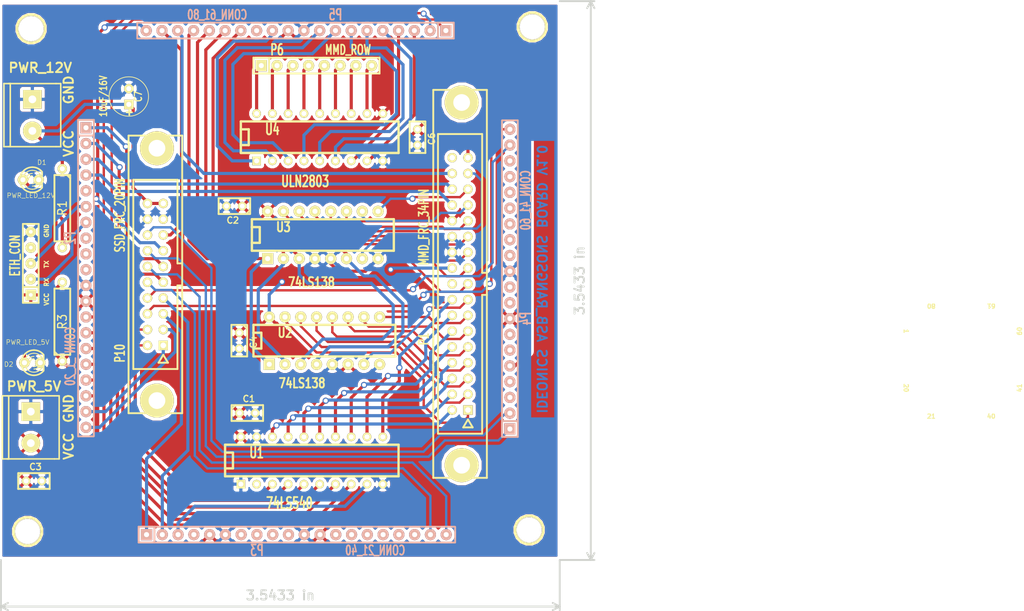
<source format=kicad_pcb>
(kicad_pcb (version 3) (host pcbnew "(2013-07-07 BZR 4022)-stable")
  (layers (15 F.Cu signal) (0 B.Cu signal) (18 B.Paste user) (19 F.Paste user) (20 B.SilkS user) (21 F.SilkS user) (22 B.Mask user) (23 F.Mask user) (28 Edge.Cuts user))
  (net 0 "")
  (net 1 /1A)
  (net 2 /1B)
  (net 3 /20)
  (net 4 /21)
  (net 5 /22)
  (net 6 /2A)
  (net 7 /2B)
  (net 8 /30)
  (net 9 /31)
  (net 10 /32)
  (net 11 /33)
  (net 12 /3A)
  (net 13 /3B)
  (net 14 /4A)
  (net 15 /4B)
  (net 16 /5A)
  (net 17 /5B)
  (net 18 /6A)
  (net 19 /6B)
  (net 20 /7A)
  (net 21 /7B)
  (net 22 /8A)
  (net 23 /8B)
  (net 24 /A)
  (net 25 /B)
  (net 26 /C)
  (net 27 /D)
  (net 28 /D0)
  (net 29 /D1)
  (net 30 /D2)
  (net 31 /D3)
  (net 32 /D4)
  (net 33 /D5)
  (net 34 /D6)
  (net 35 /D7)
  (net 36 /E)
  (net 37 /F)
  (net 38 /G)
  (net 39 /H)
  (net 40 /MMD_CONTROL)
  (net 41 /RD0)
  (net 42 /RD1)
  (net 43 /RD2)
  (net 44 /RD3)
  (net 45 /RD4)
  (net 46 /RD5)
  (net 47 /RD6)
  (net 48 /RD7)
  (net 49 /RF1)
  (net 50 /RF2)
  (net 51 /RF3)
  (net 52 /RF4)
  (net 53 /RF5)
  (net 54 /RF6)
  (net 55 /RF7)
  (net 56 /RG1)
  (net 57 /RG2)
  (net 58 /RH0)
  (net 59 /RH1)
  (net 60 /RH2)
  (net 61 /RH3)
  (net 62 /RH4)
  (net 63 /RH5)
  (net 64 /RH6)
  (net 65 /RH7)
  (net 66 /VCC)
  (net 67 /VCC_12V)
  (net 68 GND)
  (net 69 N-0000016)
  (net 70 N-000004)
  (net 71 N-0000076)
  (net 72 N-0000077)
  (net 73 N-0000078)
  (net 74 N-0000079)
  (net 75 N-0000080)
  (net 76 N-0000081)
  (net 77 N-0000082)
  (net 78 N-0000083)
  (module 1pin (layer F.Cu) (at 114.8588 71.9328)
    (fp_text reference 1PIN hide)
    (fp_text value P*** hide)
    (pad 1 thru_hole circle (at 0 0) (size 4.064 4.064) (drill 4) (layers *.Cu *.Mask F.SilkS))
  )
  (module 1pin (layer F.Cu) (at 114.3 152.908)
    (fp_text reference 1PIN hide)
    (fp_text value P*** hide)
    (pad 1 thru_hole circle (at 0 0) (size 4.064 4.064) (drill 4) (layers *.Cu *.Mask F.SilkS))
  )
  (module 1pin (layer F.Cu) (at 195.58 71.628)
    (fp_text reference 1PIN hide)
    (fp_text value P*** hide)
    (pad 1 thru_hole circle (at 0 0) (size 4.064 4.064) (drill 4) (layers *.Cu *.Mask F.SilkS))
  )
  (module 1pin (layer F.Cu) (at 195.072 152.654)
    (fp_text reference 1PIN hide)
    (fp_text value P*** hide)
    (pad 1 thru_hole circle (at 0 0) (size 4.064 4.064) (drill 4) (layers *.Cu *.Mask F.SilkS))
  )
  (module SIL-20 (layer B.Cu) (at 165.2016 153.416)
    (fp_text reference P3 (at -13.97 2.54) (layer B.SilkS) (effects (font (size 1.72974 1.08712) (thickness 0.27178)) (justify mirror)))
    (fp_text value CONN_21_40 (at 5.08 2.54) (layer B.SilkS) (effects (font (size 1.524 1.016) (thickness 0.254)) (justify mirror)))
    (pad 1 thru_hole rect (at -31.75 0) (size 1.8 1.8) (drill 0.8128) (layers *.Cu *.Mask B.SilkS) (net 63 /RH5))
    (pad 2 thru_hole circle (at -29.21 0) (size 1.8 1.8) (drill 0.8128) (layers *.Cu *.Mask B.SilkS) (net 62 /RH4))
    (pad 3 thru_hole circle (at -26.67 0) (size 1.8 1.8) (drill 0.8128) (layers *.Cu *.Mask B.SilkS) (net 49 /RF1))
    (pad 4 thru_hole circle (at -24.13 0) (size 1.8 1.8) (drill 0.8128) (layers *.Cu *.Mask B.SilkS))
    (pad 5 thru_hole circle (at -21.59 0) (size 1.8 1.8) (drill 0.8128) (layers *.Cu *.Mask B.SilkS) (net 66 /VCC))
    (pad 6 thru_hole circle (at -19.05 0) (size 1.8 1.8) (drill 0.8128) (layers *.Cu *.Mask B.SilkS) (net 68 GND))
    (pad 7 thru_hole circle (at -16.51 0) (size 1.8 1.8) (drill 0.8128) (layers *.Cu *.Mask B.SilkS))
    (pad 8 thru_hole circle (at -13.97 0) (size 1.8 1.8) (drill 0.8128) (layers *.Cu *.Mask B.SilkS))
    (pad 9 thru_hole circle (at -11.43 0) (size 1.8 1.8) (drill 0.8128) (layers *.Cu *.Mask B.SilkS))
    (pad 10 thru_hole circle (at -8.89 0) (size 1.8 1.8) (drill 0.8128) (layers *.Cu *.Mask B.SilkS))
    (pad 11 thru_hole circle (at -6.35 0) (size 1.8 1.8) (drill 0.8128) (layers *.Cu *.Mask B.SilkS) (net 68 GND))
    (pad 12 thru_hole circle (at -3.81 0) (size 1.8 1.8) (drill 0.8128) (layers *.Cu *.Mask B.SilkS) (net 66 /VCC))
    (pad 13 thru_hole circle (at -1.27 0) (size 1.8 1.8) (drill 0.8128) (layers *.Cu *.Mask B.SilkS))
    (pad 14 thru_hole circle (at 1.27 0) (size 1.8 1.8) (drill 0.8128) (layers *.Cu *.Mask B.SilkS))
    (pad 15 thru_hole circle (at 3.81 0) (size 1.8 1.8) (drill 0.8128) (layers *.Cu *.Mask B.SilkS))
    (pad 16 thru_hole circle (at 6.35 0) (size 1.8 1.8) (drill 0.8128) (layers *.Cu *.Mask B.SilkS))
    (pad 17 thru_hole circle (at 8.89 0) (size 1.8 1.8) (drill 0.8128) (layers *.Cu *.Mask B.SilkS))
    (pad 18 thru_hole circle (at 11.43 0) (size 1.8 1.8) (drill 0.8128) (layers *.Cu *.Mask B.SilkS))
    (pad 19 thru_hole circle (at 13.97 0) (size 1.8 1.8) (drill 0.8128) (layers *.Cu *.Mask B.SilkS) (net 32 /D4))
    (pad 20 thru_hole circle (at 16.51 0) (size 1.8 1.8) (drill 0.8128) (layers *.Cu *.Mask B.SilkS) (net 33 /D5))
  )
  (module SIL-20 (layer B.Cu) (at 123.698 119.634 270)
    (fp_text reference P2 (at -13.97 2.54 270) (layer B.SilkS) (effects (font (size 1.72974 1.08712) (thickness 0.27178)) (justify mirror)))
    (fp_text value "CONN _1_20" (at 5.08 2.54 450) (layer B.SilkS) (effects (font (size 1.524 1.016) (thickness 0.3048)) (justify mirror)))
    (pad 1 thru_hole rect (at -31.75 0 270) (size 1.8 1.8) (drill 0.8128) (layers *.Cu *.Mask B.SilkS) (net 60 /RH2))
    (pad 2 thru_hole circle (at -29.21 0 270) (size 1.8 1.8) (drill 0.8128) (layers *.Cu *.Mask B.SilkS) (net 61 /RH3))
    (pad 3 thru_hole circle (at -26.67 0 270) (size 1.8 1.8) (drill 0.8128) (layers *.Cu *.Mask B.SilkS) (net 4 /21))
    (pad 4 thru_hole circle (at -24.13 0 270) (size 1.8 1.8) (drill 0.8128) (layers *.Cu *.Mask B.SilkS) (net 3 /20))
    (pad 5 thru_hole circle (at -21.59 0 270) (size 1.8 1.8) (drill 0.8128) (layers *.Cu *.Mask B.SilkS))
    (pad 6 thru_hole circle (at -19.05 0 270) (size 1.8 1.8) (drill 0.8128) (layers *.Cu *.Mask B.SilkS) (net 56 /RG1))
    (pad 7 thru_hole circle (at -16.51 0 270) (size 1.8 1.8) (drill 0.8128) (layers *.Cu *.Mask B.SilkS) (net 57 /RG2))
    (pad 8 thru_hole circle (at -13.97 0 270) (size 1.8 1.8) (drill 0.8128) (layers *.Cu *.Mask B.SilkS))
    (pad 9 thru_hole circle (at -11.43 0 270) (size 1.8 1.8) (drill 0.8128) (layers *.Cu *.Mask B.SilkS))
    (pad 10 thru_hole circle (at -8.89 0 270) (size 1.8 1.8) (drill 0.8128) (layers *.Cu *.Mask B.SilkS))
    (pad 11 thru_hole circle (at -6.35 0 270) (size 1.8 1.8) (drill 0.8128) (layers *.Cu *.Mask B.SilkS) (net 68 GND))
    (pad 12 thru_hole circle (at -3.81 0 270) (size 1.8 1.8) (drill 0.8128) (layers *.Cu *.Mask B.SilkS) (net 66 /VCC))
    (pad 13 thru_hole circle (at -1.27 0 270) (size 1.8 1.8) (drill 0.8128) (layers *.Cu *.Mask B.SilkS) (net 55 /RF7))
    (pad 14 thru_hole circle (at 1.27 0 270) (size 1.8 1.8) (drill 0.8128) (layers *.Cu *.Mask B.SilkS) (net 54 /RF6))
    (pad 15 thru_hole circle (at 3.81 0 270) (size 1.8 1.8) (drill 0.8128) (layers *.Cu *.Mask B.SilkS) (net 53 /RF5))
    (pad 16 thru_hole circle (at 6.35 0 270) (size 1.8 1.8) (drill 0.8128) (layers *.Cu *.Mask B.SilkS) (net 52 /RF4))
    (pad 17 thru_hole circle (at 8.89 0 270) (size 1.8 1.8) (drill 0.8128) (layers *.Cu *.Mask B.SilkS) (net 51 /RF3))
    (pad 18 thru_hole circle (at 11.43 0 270) (size 1.8 1.8) (drill 0.8128) (layers *.Cu *.Mask B.SilkS) (net 50 /RF2))
    (pad 19 thru_hole circle (at 13.97 0 270) (size 1.8 1.8) (drill 0.8128) (layers *.Cu *.Mask B.SilkS) (net 65 /RH7))
    (pad 20 thru_hole circle (at 16.51 0 270) (size 1.8 1.8) (drill 0.8128) (layers *.Cu *.Mask B.SilkS) (net 64 /RH6))
  )
  (module SIL-20 (layer B.Cu) (at 191.9732 104.648 90)
    (fp_text reference P4 (at -13.97 2.54 90) (layer B.SilkS) (effects (font (size 1.72974 1.08712) (thickness 0.27178)) (justify mirror)))
    (fp_text value CONN_41_60 (at 5.08 2.54 270) (layer B.SilkS) (effects (font (size 1.524 1.016) (thickness 0.3048)) (justify mirror)))
    (pad 1 thru_hole rect (at -31.75 0 90) (size 1.8 1.8) (drill 0.8128) (layers *.Cu *.Mask B.SilkS) (net 34 /D6))
    (pad 2 thru_hole circle (at -29.21 0 90) (size 1.8 1.8) (drill 0.8128) (layers *.Cu *.Mask B.SilkS) (net 35 /D7))
    (pad 3 thru_hole circle (at -26.67 0 90) (size 1.8 1.8) (drill 0.8128) (layers *.Cu *.Mask B.SilkS))
    (pad 4 thru_hole circle (at -24.13 0 90) (size 1.8 1.8) (drill 0.8128) (layers *.Cu *.Mask B.SilkS))
    (pad 5 thru_hole circle (at -21.59 0 90) (size 1.8 1.8) (drill 0.8128) (layers *.Cu *.Mask B.SilkS) (net 40 /MMD_CONTROL))
    (pad 6 thru_hole circle (at -19.05 0 90) (size 1.8 1.8) (drill 0.8128) (layers *.Cu *.Mask B.SilkS))
    (pad 7 thru_hole circle (at -16.51 0 90) (size 1.8 1.8) (drill 0.8128) (layers *.Cu *.Mask B.SilkS))
    (pad 8 thru_hole circle (at -13.97 0 90) (size 1.8 1.8) (drill 0.8128) (layers *.Cu *.Mask B.SilkS) (net 66 /VCC))
    (pad 9 thru_hole circle (at -11.43 0 90) (size 1.8 1.8) (drill 0.8128) (layers *.Cu *.Mask B.SilkS))
    (pad 10 thru_hole circle (at -8.89 0 90) (size 1.8 1.8) (drill 0.8128) (layers *.Cu *.Mask B.SilkS))
    (pad 11 thru_hole circle (at -6.35 0 90) (size 1.8 1.8) (drill 0.8128) (layers *.Cu *.Mask B.SilkS) (net 68 GND))
    (pad 12 thru_hole circle (at -3.81 0 90) (size 1.8 1.8) (drill 0.8128) (layers *.Cu *.Mask B.SilkS))
    (pad 13 thru_hole circle (at -1.27 0 90) (size 1.8 1.8) (drill 0.8128) (layers *.Cu *.Mask B.SilkS))
    (pad 14 thru_hole circle (at 1.27 0 90) (size 1.8 1.8) (drill 0.8128) (layers *.Cu *.Mask B.SilkS))
    (pad 15 thru_hole circle (at 3.81 0 90) (size 1.8 1.8) (drill 0.8128) (layers *.Cu *.Mask B.SilkS))
    (pad 16 thru_hole circle (at 6.35 0 90) (size 1.8 1.8) (drill 0.8128) (layers *.Cu *.Mask B.SilkS))
    (pad 17 thru_hole circle (at 8.89 0 90) (size 1.8 1.8) (drill 0.8128) (layers *.Cu *.Mask B.SilkS))
    (pad 18 thru_hole circle (at 11.43 0 90) (size 1.8 1.8) (drill 0.8128) (layers *.Cu *.Mask B.SilkS))
    (pad 19 thru_hole circle (at 13.97 0 90) (size 1.8 1.8) (drill 0.8128) (layers *.Cu *.Mask B.SilkS) (net 31 /D3))
    (pad 20 thru_hole circle (at 16.51 0 90) (size 1.8 1.8) (drill 0.8128) (layers *.Cu *.Mask B.SilkS) (net 30 /D2))
  )
  (module SIL-20 (layer B.Cu) (at 149.9108 72.2376 180)
    (fp_text reference P5 (at -13.97 2.54 180) (layer B.SilkS) (effects (font (size 1.72974 1.08712) (thickness 0.27178)) (justify mirror)))
    (fp_text value CONN_61_80 (at 5.08 2.54 360) (layer B.SilkS) (effects (font (size 1.524 1.016) (thickness 0.3048)) (justify mirror)))
    (pad 1 thru_hole rect (at -31.75 0 180) (size 1.8 1.8) (drill 0.8128) (layers *.Cu *.Mask B.SilkS) (net 29 /D1))
    (pad 2 thru_hole circle (at -29.21 0 180) (size 1.8 1.8) (drill 0.8128) (layers *.Cu *.Mask B.SilkS) (net 28 /D0))
    (pad 3 thru_hole circle (at -26.67 0 180) (size 1.8 1.8) (drill 0.8128) (layers *.Cu *.Mask B.SilkS) (net 48 /RD7))
    (pad 4 thru_hole circle (at -24.13 0 180) (size 1.8 1.8) (drill 0.8128) (layers *.Cu *.Mask B.SilkS) (net 47 /RD6))
    (pad 5 thru_hole circle (at -21.59 0 180) (size 1.8 1.8) (drill 0.8128) (layers *.Cu *.Mask B.SilkS) (net 46 /RD5))
    (pad 6 thru_hole circle (at -19.05 0 180) (size 1.8 1.8) (drill 0.8128) (layers *.Cu *.Mask B.SilkS) (net 45 /RD4))
    (pad 7 thru_hole circle (at -16.51 0 180) (size 1.8 1.8) (drill 0.8128) (layers *.Cu *.Mask B.SilkS) (net 44 /RD3))
    (pad 8 thru_hole circle (at -13.97 0 180) (size 1.8 1.8) (drill 0.8128) (layers *.Cu *.Mask B.SilkS) (net 43 /RD2))
    (pad 9 thru_hole circle (at -11.43 0 180) (size 1.8 1.8) (drill 0.8128) (layers *.Cu *.Mask B.SilkS) (net 42 /RD1))
    (pad 10 thru_hole circle (at -8.89 0 180) (size 1.8 1.8) (drill 0.8128) (layers *.Cu *.Mask B.SilkS) (net 68 GND))
    (pad 11 thru_hole circle (at -6.35 0 180) (size 1.8 1.8) (drill 0.8128) (layers *.Cu *.Mask B.SilkS) (net 66 /VCC))
    (pad 12 thru_hole circle (at -3.81 0 180) (size 1.8 1.8) (drill 0.8128) (layers *.Cu *.Mask B.SilkS) (net 41 /RD0))
    (pad 13 thru_hole circle (at -1.27 0 180) (size 1.8 1.8) (drill 0.8128) (layers *.Cu *.Mask B.SilkS))
    (pad 14 thru_hole circle (at 1.27 0 180) (size 1.8 1.8) (drill 0.8128) (layers *.Cu *.Mask B.SilkS) (net 11 /33))
    (pad 15 thru_hole circle (at 3.81 0 180) (size 1.8 1.8) (drill 0.8128) (layers *.Cu *.Mask B.SilkS) (net 10 /32))
    (pad 16 thru_hole circle (at 6.35 0 180) (size 1.8 1.8) (drill 0.8128) (layers *.Cu *.Mask B.SilkS) (net 9 /31))
    (pad 17 thru_hole circle (at 8.89 0 180) (size 1.8 1.8) (drill 0.8128) (layers *.Cu *.Mask B.SilkS) (net 8 /30))
    (pad 18 thru_hole circle (at 11.43 0 180) (size 1.8 1.8) (drill 0.8128) (layers *.Cu *.Mask B.SilkS) (net 5 /22))
    (pad 19 thru_hole circle (at 13.97 0 180) (size 1.8 1.8) (drill 0.8128) (layers *.Cu *.Mask B.SilkS) (net 58 /RH0))
    (pad 20 thru_hole circle (at 16.51 0 180) (size 1.8 1.8) (drill 0.8128) (layers *.Cu *.Mask B.SilkS) (net 59 /RH1))
  )
  (module SIL-8 (layer F.Cu) (at 160.8201 77.8764)
    (fp_text reference P6 (at -6.35 -2.54) (layer F.SilkS) (effects (font (size 1.72974 1.08712) (thickness 0.3048))))
    (fp_text value MMD_ROW (at 5.08 -2.54) (layer F.SilkS) (effects (font (size 1.524 1.016) (thickness 0.3048))))
    (pad 1 thru_hole rect (at -8.89 0) (size 1.8 1.8) (drill 0.8128) (layers *.Cu *.Mask F.SilkS) (net 71 N-0000076))
    (pad 2 thru_hole circle (at -6.35 0) (size 1.8 1.8) (drill 0.8128) (layers *.Cu *.Mask F.SilkS) (net 72 N-0000077))
    (pad 3 thru_hole circle (at -3.81 0) (size 1.8 1.8) (drill 0.8128) (layers *.Cu *.Mask F.SilkS) (net 73 N-0000078))
    (pad 4 thru_hole circle (at -1.27 0) (size 1.8 1.8) (drill 0.8128) (layers *.Cu *.Mask F.SilkS) (net 74 N-0000079))
    (pad 5 thru_hole circle (at 1.27 0) (size 1.8 1.8) (drill 0.8128) (layers *.Cu *.Mask F.SilkS) (net 75 N-0000080))
    (pad 6 thru_hole circle (at 3.81 0) (size 1.8 1.8) (drill 0.8128) (layers *.Cu *.Mask F.SilkS) (net 76 N-0000081))
    (pad 7 thru_hole circle (at 6.35 0) (size 1.8 1.8) (drill 0.8128) (layers *.Cu *.Mask F.SilkS) (net 77 N-0000082))
    (pad 8 thru_hole circle (at 8.89 0) (size 1.8 1.8) (drill 0.8128) (layers *.Cu *.Mask F.SilkS) (net 78 N-0000083))
  )
  (module SIL-5 (layer F.Cu) (at 114.808 108.458 90)
    (fp_text reference P8 hide)
    (fp_text value ETH_CON (at 0 -2.54 90) (layer F.SilkS) (effects (font (size 1.524 1.016) (thickness 0.254))))
    (pad 1 thru_hole rect (at -6.35 0 90) (size 1.7 1.7) (drill 0.6) (layers *.Cu *.Mask F.SilkS) (net 66 /VCC))
    (pad 2 thru_hole circle (at -3.81 0 90) (size 1.7 1.7) (drill 0.6) (layers *.Cu *.Mask F.SilkS) (net 57 /RG2))
    (pad 3 thru_hole circle (at -1.27 0 90) (size 1.7 1.7) (drill 0.6) (layers *.Cu *.Mask F.SilkS) (net 56 /RG1))
    (pad 4 thru_hole circle (at 1.27 0 90) (size 1.7 1.7) (drill 0.6) (layers *.Cu *.Mask F.SilkS))
    (pad 5 thru_hole circle (at 3.81 0 90) (size 1.7 1.7) (drill 0.6) (layers *.Cu *.Mask F.SilkS) (net 68 GND))
  )
  (module R5 (layer F.Cu) (at 119.888 100.838 270)
    (fp_text reference R1 (at 0 0 270) (layer F.SilkS) (effects (font (size 1.397 1.27) (thickness 0.2032))))
    (fp_text value 1K hide)
    (pad 1 thru_hole circle (at -6.35 0 270) (size 1.524 1.524) (drill 0.8128) (layers *.Cu *.Mask F.SilkS) (net 67 /VCC_12V))
    (pad 2 thru_hole circle (at 6.35 0 270) (size 1.524 1.524) (drill 0.8128) (layers *.Cu *.Mask F.SilkS) (net 70 N-000004))
  )
  (module R5 (layer F.Cu) (at 119.888 119.126 90)
    (fp_text reference R3 (at 0 0 90) (layer F.SilkS) (effects (font (size 1.397 1.27) (thickness 0.2032))))
    (fp_text value 1K hide)
    (pad 1 thru_hole circle (at -6.35 0 90) (size 1.524 1.524) (drill 0.8128) (layers *.Cu *.Mask F.SilkS) (net 66 /VCC))
    (pad 2 thru_hole circle (at 6.35 0 90) (size 1.524 1.524) (drill 0.8128) (layers *.Cu *.Mask F.SilkS) (net 69 N-0000016))
  )
  (module mors_2p (layer F.Cu) (at 115.062 85.852 270)
    (fp_text reference P9 hide)
    (fp_text value PWR_12V (at -7.62 -1.27 360) (layer F.SilkS) (effects (font (size 1.524 1.524) (thickness 0.3048))))
    (pad 1 thru_hole rect (at -2.54 0 270) (size 2.99974 2.99974) (drill 1.24968) (layers *.Cu *.Mask F.SilkS) (net 68 GND))
    (pad 2 thru_hole circle (at 2.54 0 270) (size 2.99974 2.99974) (drill 1.24968) (layers *.Cu *.Mask F.SilkS) (net 67 /VCC_12V))
  )
  (module mors_2p (layer F.Cu) (at 114.808 136.144 270)
    (fp_text reference P7 hide)
    (fp_text value PWR_5V (at -6.604 -0.508 360) (layer F.SilkS) (effects (font (size 1.524 1.524) (thickness 0.3048))))
    (pad 1 thru_hole rect (at -2.54 0 270) (size 2.99974 2.99974) (drill 1.24968) (layers *.Cu *.Mask F.SilkS) (net 68 GND))
    (pad 2 thru_hole circle (at 2.54 0 270) (size 2.99974 2.99974) (drill 1.24968) (layers *.Cu *.Mask F.SilkS) (net 66 /VCC))
  )
  (module LED-3MM (layer F.Cu) (at 114.808 96.266)
    (fp_text reference D1 (at 1.778 -2.794) (layer F.SilkS) (effects (font (size 0.762 0.762) (thickness 0.0889))))
    (fp_text value PWR_LED_12V (at 0 2.54) (layer F.SilkS) (effects (font (size 0.762 0.762) (thickness 0.0889))))
    (pad 1 thru_hole circle (at -1.27 0) (size 1.6764 1.6764) (drill 0.8128) (layers *.Cu *.Mask F.SilkS) (net 70 N-000004))
    (pad 2 thru_hole circle (at 1.27 0) (size 1.6764 1.6764) (drill 0.8128) (layers *.Cu *.Mask F.SilkS) (net 68 GND))
  )
  (module LED-3MM (layer F.Cu) (at 115.062 125.73)
    (fp_text reference D2 (at -3.81 0.254) (layer F.SilkS) (effects (font (size 0.762 0.762) (thickness 0.0889))))
    (fp_text value PWR_LED_5V (at -0.762 -3.302) (layer F.SilkS) (effects (font (size 0.762 0.762) (thickness 0.0889))))
    (pad 1 thru_hole circle (at -1.27 0) (size 1.6764 1.6764) (drill 0.8128) (layers *.Cu *.Mask F.SilkS) (net 69 N-0000016))
    (pad 2 thru_hole circle (at 1.27 0) (size 1.6764 1.6764) (drill 0.8128) (layers *.Cu *.Mask F.SilkS) (net 68 GND))
  )
  (module HE10_34D (layer F.Cu) (at 183.9468 113.03 90)
    (fp_text reference P1 (at -8.89 -5.842 90) (layer F.SilkS) (effects (font (size 1.524 1.016) (thickness 0.3048))))
    (fp_text value MMD_FRC_34PIN (at 9.144 -5.842 90) (layer F.SilkS) (effects (font (size 1.524 1.016) (thickness 0.3048))))
    (pad 1 thru_hole rect (at -20.32 1.27 90) (size 1.524 1.524) (drill 0.9144) (layers *.Cu *.Mask F.SilkS) (net 1 /1A))
    (pad 2 thru_hole circle (at -20.32 -1.27 90) (size 1.524 1.524) (drill 0.9144) (layers *.Cu *.Mask F.SilkS) (net 39 /H))
    (pad 3 thru_hole circle (at -17.78 1.27 90) (size 1.524 1.524) (drill 0.9144) (layers *.Cu *.Mask F.SilkS) (net 6 /2A))
    (pad 4 thru_hole circle (at -17.78 -1.27 90) (size 1.524 1.524) (drill 0.9144) (layers *.Cu *.Mask F.SilkS) (net 38 /G))
    (pad 5 thru_hole circle (at -15.24 1.27 90) (size 1.524 1.524) (drill 0.9144) (layers *.Cu *.Mask F.SilkS) (net 12 /3A))
    (pad 6 thru_hole circle (at -15.24 -1.27 90) (size 1.524 1.524) (drill 0.9144) (layers *.Cu *.Mask F.SilkS) (net 37 /F))
    (pad 7 thru_hole circle (at -12.7 1.27 90) (size 1.524 1.524) (drill 0.9144) (layers *.Cu *.Mask F.SilkS) (net 14 /4A))
    (pad 8 thru_hole circle (at -12.7 -1.27 90) (size 1.524 1.524) (drill 0.9144) (layers *.Cu *.Mask F.SilkS) (net 36 /E))
    (pad 9 thru_hole circle (at -10.16 1.27 90) (size 1.524 1.524) (drill 0.9144) (layers *.Cu *.Mask F.SilkS) (net 16 /5A))
    (pad 10 thru_hole circle (at -10.16 -1.27 90) (size 1.524 1.524) (drill 0.9144) (layers *.Cu *.Mask F.SilkS) (net 27 /D))
    (pad 11 thru_hole circle (at -7.62 1.27 90) (size 1.524 1.524) (drill 0.9144) (layers *.Cu *.Mask F.SilkS) (net 18 /6A))
    (pad 12 thru_hole circle (at -7.62 -1.27 90) (size 1.524 1.524) (drill 0.9144) (layers *.Cu *.Mask F.SilkS) (net 26 /C))
    (pad 13 thru_hole circle (at -5.08 1.27 90) (size 1.524 1.524) (drill 0.9144) (layers *.Cu *.Mask F.SilkS) (net 20 /7A))
    (pad 14 thru_hole circle (at -5.08 -1.27 90) (size 1.524 1.524) (drill 0.9144) (layers *.Cu *.Mask F.SilkS) (net 25 /B))
    (pad 15 thru_hole circle (at -2.54 1.27 90) (size 1.524 1.524) (drill 0.9144) (layers *.Cu *.Mask F.SilkS) (net 22 /8A))
    (pad 16 thru_hole circle (at -2.54 -1.27 90) (size 1.524 1.524) (drill 0.9144) (layers *.Cu *.Mask F.SilkS) (net 24 /A))
    (pad 17 thru_hole circle (at 0 1.27 90) (size 1.524 1.524) (drill 0.9144) (layers *.Cu *.Mask F.SilkS) (net 2 /1B))
    (pad 18 thru_hole circle (at 0 -1.27 90) (size 1.524 1.524) (drill 0.9144) (layers *.Cu *.Mask F.SilkS))
    (pad 19 thru_hole circle (at 2.54 1.27 90) (size 1.524 1.524) (drill 0.9144) (layers *.Cu *.Mask F.SilkS) (net 7 /2B))
    (pad 20 thru_hole circle (at 2.54 -1.27 90) (size 1.524 1.524) (drill 0.9144) (layers *.Cu *.Mask F.SilkS) (net 66 /VCC))
    (pad "" thru_hole circle (at -29.21 0.254 90) (size 5.461 5.461) (drill 2.6924) (layers *.Cu *.Mask F.SilkS))
    (pad 21 thru_hole circle (at 5.08 1.27 90) (size 1.524 1.524) (drill 0.9144) (layers *.Cu *.Mask F.SilkS) (net 13 /3B))
    (pad 22 thru_hole circle (at 5.08 -1.27 90) (size 1.524 1.524) (drill 0.9144) (layers *.Cu *.Mask F.SilkS) (net 68 GND))
    (pad 23 thru_hole circle (at 7.62 1.27 90) (size 1.524 1.524) (drill 0.9144) (layers *.Cu *.Mask F.SilkS Eco1.User) (net 15 /4B))
    (pad 24 thru_hole circle (at 7.62 -1.27 90) (size 1.524 1.524) (drill 0.9144) (layers *.Cu *.Mask F.SilkS) (net 68 GND))
    (pad 25 thru_hole circle (at 10.16 1.27 90) (size 1.524 1.524) (drill 0.9144) (layers *.Cu *.Mask F.SilkS) (net 17 /5B))
    (pad 26 thru_hole circle (at 10.16 -1.27 90) (size 1.524 1.524) (drill 0.9144) (layers *.Cu *.Mask F.SilkS) (net 66 /VCC))
    (pad 27 thru_hole circle (at 12.7 1.27 90) (size 1.524 1.524) (drill 0.9144) (layers *.Cu *.Mask F.SilkS) (net 19 /6B))
    (pad 28 thru_hole circle (at 12.7 -1.27 90) (size 1.524 1.524) (drill 0.9144) (layers *.Cu *.Mask F.SilkS) (net 3 /20))
    (pad 29 thru_hole circle (at 15.24 1.27 90) (size 1.524 1.524) (drill 0.9144) (layers *.Cu *.Mask F.SilkS) (net 21 /7B))
    (pad 30 thru_hole circle (at 15.24 -1.27 90) (size 1.524 1.524) (drill 0.9144) (layers *.Cu *.Mask F.SilkS) (net 4 /21))
    (pad 31 thru_hole circle (at 17.78 1.27 90) (size 1.524 1.524) (drill 0.9144) (layers *.Cu *.Mask F.SilkS) (net 23 /8B))
    (pad 32 thru_hole circle (at 17.78 -1.27 90) (size 1.524 1.524) (drill 0.9144) (layers *.Cu *.Mask F.SilkS) (net 5 /22))
    (pad 33 thru_hole circle (at 20.32 1.27 90) (size 1.524 1.524) (drill 0.9144) (layers *.Cu *.Mask F.SilkS) (net 40 /MMD_CONTROL))
    (pad 34 thru_hole circle (at 20.32 -1.27 90) (size 1.524 1.524) (drill 0.9144) (layers *.Cu *.Mask F.SilkS))
    (pad "" thru_hole circle (at 29.21 0.254 90) (size 5.461 5.461) (drill 2.6924) (layers *.Cu *.Mask F.SilkS))
  )
  (module HE10_20D (layer F.Cu) (at 134.874 111.506 90)
    (fp_text reference P10 (at -12.7 -5.715 90) (layer F.SilkS) (effects (font (size 1.524 1.016) (thickness 0.3048))))
    (fp_text value SSD_FRC_20PIN (at 9.525 -5.715 90) (layer F.SilkS) (effects (font (size 1.524 1.016) (thickness 0.3048))))
    (pad 1 thru_hole rect (at -11.43 1.27 90) (size 1.524 1.524) (drill 0.9144) (layers *.Cu *.Mask F.SilkS) (net 65 /RH7))
    (pad 2 thru_hole circle (at -11.43 -1.27 90) (size 1.524 1.524) (drill 0.9144) (layers *.Cu *.Mask F.SilkS) (net 28 /D0))
    (pad 3 thru_hole circle (at -8.89 1.27 90) (size 1.524 1.524) (drill 0.9144) (layers *.Cu *.Mask F.SilkS) (net 64 /RH6))
    (pad 4 thru_hole circle (at -8.89 -1.27 90) (size 1.524 1.524) (drill 0.9144) (layers *.Cu *.Mask F.SilkS) (net 29 /D1))
    (pad 5 thru_hole circle (at -6.35 1.27 90) (size 1.524 1.524) (drill 0.9144) (layers *.Cu *.Mask F.SilkS) (net 63 /RH5))
    (pad 6 thru_hole circle (at -6.35 -1.27 90) (size 1.524 1.524) (drill 0.9144) (layers *.Cu *.Mask F.SilkS) (net 30 /D2))
    (pad 7 thru_hole circle (at -3.81 1.27 90) (size 1.524 1.524) (drill 0.9144) (layers *.Cu *.Mask F.SilkS) (net 62 /RH4))
    (pad 8 thru_hole circle (at -3.81 -1.27 90) (size 1.524 1.524) (drill 0.9144) (layers *.Cu *.Mask F.SilkS) (net 31 /D3))
    (pad 9 thru_hole circle (at -1.27 1.27 90) (size 1.524 1.524) (drill 0.9144) (layers *.Cu *.Mask F.SilkS) (net 61 /RH3))
    (pad 10 thru_hole circle (at -1.27 -1.27 90) (size 1.524 1.524) (drill 0.9144) (layers *.Cu *.Mask F.SilkS) (net 32 /D4))
    (pad 11 thru_hole circle (at 1.27 1.27 90) (size 1.524 1.524) (drill 0.9144) (layers *.Cu *.Mask F.SilkS) (net 60 /RH2))
    (pad 12 thru_hole circle (at 1.27 -1.27 90) (size 1.524 1.524) (drill 0.9144) (layers *.Cu *.Mask F.SilkS) (net 33 /D5))
    (pad 13 thru_hole circle (at 3.81 1.27 90) (size 1.524 1.524) (drill 0.9144) (layers *.Cu *.Mask F.SilkS) (net 59 /RH1))
    (pad 14 thru_hole circle (at 3.81 -1.27 90) (size 1.524 1.524) (drill 0.9144) (layers *.Cu *.Mask F.SilkS) (net 34 /D6))
    (pad 15 thru_hole circle (at 6.35 1.27 90) (size 1.524 1.524) (drill 0.9144) (layers *.Cu *.Mask F.SilkS) (net 58 /RH0))
    (pad 16 thru_hole circle (at 6.35 -1.27 90) (size 1.524 1.524) (drill 0.9144) (layers *.Cu *.Mask F.SilkS) (net 35 /D7))
    (pad 17 thru_hole circle (at 8.89 1.27 90) (size 1.524 1.524) (drill 0.9144) (layers *.Cu *.Mask F.SilkS) (net 68 GND))
    (pad 18 thru_hole circle (at 8.89 -1.27 90) (size 1.524 1.524) (drill 0.9144) (layers *.Cu *.Mask F.SilkS) (net 68 GND))
    (pad 19 thru_hole circle (at 11.43 1.27 90) (size 1.524 1.524) (drill 0.9144) (layers *.Cu *.Mask F.SilkS) (net 67 /VCC_12V))
    (pad 20 thru_hole circle (at 11.43 -1.27 90) (size 1.524 1.524) (drill 0.9144) (layers *.Cu *.Mask F.SilkS) (net 67 /VCC_12V))
    (pad "" thru_hole circle (at -20.32 0.254 90) (size 5.461 5.461) (drill 2.6924) (layers *.Cu *.Mask F.SilkS))
    (pad "" thru_hole circle (at 20.32 0.254 90) (size 5.461 5.461) (drill 2.6924) (layers *.Cu *.Mask F.SilkS))
  )
  (module DIP-20__300 (layer F.Cu) (at 160.0708 141.478)
    (fp_text reference U1 (at -8.89 -1.27) (layer F.SilkS) (effects (font (size 1.778 1.143) (thickness 0.3048))))
    (fp_text value 74LS540 (at -3.6068 6.858) (layer F.SilkS) (effects (font (size 1.778 1.143) (thickness 0.3048))))
    (pad 1 thru_hole rect (at -11.43 3.81) (size 1.397 1.397) (drill 0.8128) (layers *.Cu *.Mask F.SilkS) (net 68 GND))
    (pad 2 thru_hole circle (at -8.89 3.81) (size 1.397 1.397) (drill 0.8128) (layers *.Cu *.Mask F.SilkS))
    (pad 3 thru_hole circle (at -6.35 3.81) (size 1.397 1.397) (drill 0.8128) (layers *.Cu *.Mask F.SilkS) (net 55 /RF7))
    (pad 4 thru_hole circle (at -3.81 3.81) (size 1.397 1.397) (drill 0.8128) (layers *.Cu *.Mask F.SilkS) (net 54 /RF6))
    (pad 5 thru_hole circle (at -1.27 3.81) (size 1.397 1.397) (drill 0.8128) (layers *.Cu *.Mask F.SilkS) (net 53 /RF5))
    (pad 6 thru_hole circle (at 1.27 3.81) (size 1.397 1.397) (drill 0.8128) (layers *.Cu *.Mask F.SilkS) (net 52 /RF4))
    (pad 7 thru_hole circle (at 3.81 3.81) (size 1.397 1.397) (drill 0.8128) (layers *.Cu *.Mask F.SilkS) (net 51 /RF3))
    (pad 8 thru_hole circle (at 6.35 3.81) (size 1.397 1.397) (drill 0.8128) (layers *.Cu *.Mask F.SilkS) (net 50 /RF2))
    (pad 9 thru_hole circle (at 8.89 3.81) (size 1.397 1.397) (drill 0.8128) (layers *.Cu *.Mask F.SilkS) (net 49 /RF1))
    (pad 10 thru_hole circle (at 11.43 3.81) (size 1.397 1.397) (drill 0.8128) (layers *.Cu *.Mask F.SilkS) (net 68 GND))
    (pad 11 thru_hole circle (at 11.43 -3.81) (size 1.397 1.397) (drill 0.8128) (layers *.Cu *.Mask F.SilkS) (net 24 /A))
    (pad 12 thru_hole circle (at 8.89 -3.81) (size 1.397 1.397) (drill 0.8128) (layers *.Cu *.Mask F.SilkS) (net 25 /B))
    (pad 13 thru_hole circle (at 6.35 -3.81) (size 1.397 1.397) (drill 0.8128) (layers *.Cu *.Mask F.SilkS) (net 26 /C))
    (pad 14 thru_hole circle (at 3.81 -3.81) (size 1.397 1.397) (drill 0.8128) (layers *.Cu *.Mask F.SilkS) (net 27 /D))
    (pad 15 thru_hole circle (at 1.27 -3.81) (size 1.397 1.397) (drill 0.8128) (layers *.Cu *.Mask F.SilkS) (net 36 /E))
    (pad 16 thru_hole circle (at -1.27 -3.81) (size 1.397 1.397) (drill 0.8128) (layers *.Cu *.Mask F.SilkS) (net 37 /F))
    (pad 17 thru_hole circle (at -3.81 -3.81) (size 1.397 1.397) (drill 0.8128) (layers *.Cu *.Mask F.SilkS) (net 38 /G))
    (pad 18 thru_hole circle (at -6.35 -3.81) (size 1.397 1.397) (drill 0.8128) (layers *.Cu *.Mask F.SilkS) (net 39 /H))
    (pad 19 thru_hole circle (at -8.89 -3.81) (size 1.397 1.397) (drill 0.8128) (layers *.Cu *.Mask F.SilkS) (net 68 GND))
    (pad 20 thru_hole circle (at -11.43 -3.81) (size 1.397 1.397) (drill 0.8128) (layers *.Cu *.Mask F.SilkS) (net 66 /VCC))
  )
  (module DIP-18__300 (layer F.Cu) (at 161.3408 89.408)
    (fp_text reference U4 (at -7.62 -1.27) (layer F.SilkS) (effects (font (size 1.778 1.143) (thickness 0.3048))))
    (fp_text value ULN2803 (at -2.3368 7.112) (layer F.SilkS) (effects (font (size 1.778 1.143) (thickness 0.3048))))
    (pad 1 thru_hole rect (at -10.16 3.81) (size 1.397 1.397) (drill 0.8128) (layers *.Cu *.Mask F.SilkS) (net 41 /RD0))
    (pad 2 thru_hole circle (at -7.62 3.81) (size 1.397 1.397) (drill 0.8128) (layers *.Cu *.Mask F.SilkS) (net 42 /RD1))
    (pad 3 thru_hole circle (at -5.08 3.81) (size 1.397 1.397) (drill 0.8128) (layers *.Cu *.Mask F.SilkS) (net 43 /RD2))
    (pad 4 thru_hole circle (at -2.54 3.81) (size 1.397 1.397) (drill 0.8128) (layers *.Cu *.Mask F.SilkS) (net 44 /RD3))
    (pad 5 thru_hole circle (at 0 3.81) (size 1.397 1.397) (drill 0.8128) (layers *.Cu *.Mask F.SilkS) (net 45 /RD4))
    (pad 6 thru_hole circle (at 2.54 3.81) (size 1.397 1.397) (drill 0.8128) (layers *.Cu *.Mask F.SilkS) (net 46 /RD5))
    (pad 7 thru_hole circle (at 5.08 3.81) (size 1.397 1.397) (drill 0.8128) (layers *.Cu *.Mask F.SilkS) (net 47 /RD6))
    (pad 8 thru_hole circle (at 7.62 3.81) (size 1.397 1.397) (drill 0.8128) (layers *.Cu *.Mask F.SilkS) (net 48 /RD7))
    (pad 9 thru_hole circle (at 10.16 3.81) (size 1.397 1.397) (drill 0.8128) (layers *.Cu *.Mask F.SilkS) (net 68 GND))
    (pad 10 thru_hole circle (at 10.16 -3.81) (size 1.397 1.397) (drill 0.8128) (layers *.Cu *.Mask F.SilkS) (net 66 /VCC))
    (pad 11 thru_hole circle (at 7.62 -3.81) (size 1.397 1.397) (drill 0.8128) (layers *.Cu *.Mask F.SilkS) (net 78 N-0000083))
    (pad 12 thru_hole circle (at 5.08 -3.81) (size 1.397 1.397) (drill 0.8128) (layers *.Cu *.Mask F.SilkS) (net 77 N-0000082))
    (pad 13 thru_hole circle (at 2.54 -3.81) (size 1.397 1.397) (drill 0.8128) (layers *.Cu *.Mask F.SilkS) (net 76 N-0000081))
    (pad 14 thru_hole circle (at 0 -3.81) (size 1.397 1.397) (drill 0.8128) (layers *.Cu *.Mask F.SilkS) (net 75 N-0000080))
    (pad 15 thru_hole circle (at -2.54 -3.81) (size 1.397 1.397) (drill 0.8128) (layers *.Cu *.Mask F.SilkS) (net 74 N-0000079))
    (pad 16 thru_hole circle (at -5.08 -3.81) (size 1.397 1.397) (drill 0.8128) (layers *.Cu *.Mask F.SilkS) (net 73 N-0000078))
    (pad 17 thru_hole circle (at -7.62 -3.81) (size 1.397 1.397) (drill 0.8128) (layers *.Cu *.Mask F.SilkS) (net 72 N-0000077))
    (pad 18 thru_hole circle (at -10.16 -3.81) (size 1.397 1.397) (drill 0.8128) (layers *.Cu *.Mask F.SilkS) (net 71 N-0000076))
  )
  (module DIP-16__300 (layer F.Cu) (at 162.1028 122.174)
    (fp_text reference U2 (at -6.35 -1.27) (layer F.SilkS) (effects (font (size 1.524 1.143) (thickness 0.3048))))
    (fp_text value 74LS138 (at -3.6068 6.858) (layer F.SilkS) (effects (font (size 1.524 1.143) (thickness 0.3048))))
    (pad 1 thru_hole rect (at -8.89 3.81) (size 1.8 1.8) (drill 0.8128) (layers *.Cu *.Mask F.SilkS) (net 8 /30))
    (pad 2 thru_hole circle (at -6.35 3.81) (size 1.8 1.8) (drill 0.8128) (layers *.Cu *.Mask F.SilkS) (net 9 /31))
    (pad 3 thru_hole circle (at -3.81 3.81) (size 1.8 1.8) (drill 0.8128) (layers *.Cu *.Mask F.SilkS) (net 10 /32))
    (pad 4 thru_hole circle (at -1.27 3.81) (size 1.8 1.8) (drill 0.8128) (layers *.Cu *.Mask F.SilkS) (net 11 /33))
    (pad 5 thru_hole circle (at 1.27 3.81) (size 1.8 1.8) (drill 0.8128) (layers *.Cu *.Mask F.SilkS) (net 68 GND))
    (pad 6 thru_hole circle (at 3.81 3.81) (size 1.8 1.8) (drill 0.8128) (layers *.Cu *.Mask F.SilkS) (net 66 /VCC))
    (pad 7 thru_hole circle (at 6.35 3.81) (size 1.8 1.8) (drill 0.8128) (layers *.Cu *.Mask F.SilkS) (net 22 /8A))
    (pad 8 thru_hole circle (at 8.89 3.81) (size 1.8 1.8) (drill 0.8128) (layers *.Cu *.Mask F.SilkS) (net 68 GND))
    (pad 9 thru_hole circle (at 8.89 -3.81) (size 1.8 1.8) (drill 0.8128) (layers *.Cu *.Mask F.SilkS) (net 20 /7A))
    (pad 10 thru_hole circle (at 6.35 -3.81) (size 1.8 1.8) (drill 0.8128) (layers *.Cu *.Mask F.SilkS) (net 18 /6A))
    (pad 11 thru_hole circle (at 3.81 -3.81) (size 1.8 1.8) (drill 0.8128) (layers *.Cu *.Mask F.SilkS) (net 16 /5A))
    (pad 12 thru_hole circle (at 1.27 -3.81) (size 1.8 1.8) (drill 0.8128) (layers *.Cu *.Mask F.SilkS) (net 14 /4A))
    (pad 13 thru_hole circle (at -1.27 -3.81) (size 1.8 1.8) (drill 0.8128) (layers *.Cu *.Mask F.SilkS) (net 12 /3A))
    (pad 14 thru_hole circle (at -3.81 -3.81) (size 1.8 1.8) (drill 0.8128) (layers *.Cu *.Mask F.SilkS) (net 6 /2A))
    (pad 15 thru_hole circle (at -6.35 -3.81) (size 1.8 1.8) (drill 0.8128) (layers *.Cu *.Mask F.SilkS) (net 1 /1A))
    (pad 16 thru_hole circle (at -8.89 -3.81) (size 1.8 1.8) (drill 0.8128) (layers *.Cu *.Mask F.SilkS) (net 66 /VCC))
  )
  (module DIP-16__300 (layer F.Cu) (at 161.8488 105.156)
    (fp_text reference U3 (at -6.35 -1.27) (layer F.SilkS) (effects (font (size 1.524 1.143) (thickness 0.3048))))
    (fp_text value 74LS138 (at -1.8288 7.62) (layer F.SilkS) (effects (font (size 1.524 1.143) (thickness 0.3048))))
    (pad 1 thru_hole rect (at -8.89 3.81) (size 1.8 1.8) (drill 0.8128) (layers *.Cu *.Mask F.SilkS) (net 8 /30))
    (pad 2 thru_hole circle (at -6.35 3.81) (size 1.8 1.8) (drill 0.8128) (layers *.Cu *.Mask F.SilkS) (net 9 /31))
    (pad 3 thru_hole circle (at -3.81 3.81) (size 1.8 1.8) (drill 0.8128) (layers *.Cu *.Mask F.SilkS) (net 10 /32))
    (pad 4 thru_hole circle (at -1.27 3.81) (size 1.8 1.8) (drill 0.8128) (layers *.Cu *.Mask F.SilkS) (net 68 GND))
    (pad 5 thru_hole circle (at 1.27 3.81) (size 1.8 1.8) (drill 0.8128) (layers *.Cu *.Mask F.SilkS) (net 68 GND))
    (pad 6 thru_hole circle (at 3.81 3.81) (size 1.8 1.8) (drill 0.8128) (layers *.Cu *.Mask F.SilkS) (net 11 /33))
    (pad 7 thru_hole circle (at 6.35 3.81) (size 1.8 1.8) (drill 0.8128) (layers *.Cu *.Mask F.SilkS) (net 23 /8B))
    (pad 8 thru_hole circle (at 8.89 3.81) (size 1.8 1.8) (drill 0.8128) (layers *.Cu *.Mask F.SilkS) (net 68 GND))
    (pad 9 thru_hole circle (at 8.89 -3.81) (size 1.8 1.8) (drill 0.8128) (layers *.Cu *.Mask F.SilkS) (net 21 /7B))
    (pad 10 thru_hole circle (at 6.35 -3.81) (size 1.8 1.8) (drill 0.8128) (layers *.Cu *.Mask F.SilkS) (net 19 /6B))
    (pad 11 thru_hole circle (at 3.81 -3.81) (size 1.8 1.8) (drill 0.8128) (layers *.Cu *.Mask F.SilkS) (net 17 /5B))
    (pad 12 thru_hole circle (at 1.27 -3.81) (size 1.8 1.8) (drill 0.8128) (layers *.Cu *.Mask F.SilkS) (net 15 /4B))
    (pad 13 thru_hole circle (at -1.27 -3.81) (size 1.8 1.8) (drill 0.8128) (layers *.Cu *.Mask F.SilkS) (net 13 /3B))
    (pad 14 thru_hole circle (at -3.81 -3.81) (size 1.8 1.8) (drill 0.8128) (layers *.Cu *.Mask F.SilkS) (net 7 /2B))
    (pad 15 thru_hole circle (at -6.35 -3.81) (size 1.8 1.8) (drill 0.8128) (layers *.Cu *.Mask F.SilkS) (net 2 /1B))
    (pad 16 thru_hole circle (at -8.89 -3.81) (size 1.8 1.8) (drill 0.8128) (layers *.Cu *.Mask F.SilkS) (net 66 /VCC))
  )
  (module C1 (layer F.Cu) (at 177.0888 89.408 270)
    (fp_text reference C6 (at 0.254 -2.286 270) (layer F.SilkS) (effects (font (size 1.016 1.016) (thickness 0.2032))))
    (fp_text value 0.1uF hide)
    (pad 1 thru_hole circle (at -1.27 0 270) (size 1.397 1.397) (drill 0.8128) (layers *.Cu *.Mask F.SilkS) (net 66 /VCC))
    (pad 2 thru_hole circle (at 1.27 0 270) (size 1.397 1.397) (drill 0.8128) (layers *.Cu *.Mask F.SilkS) (net 68 GND))
  )
  (module C1 (layer F.Cu) (at 148.3868 122.174 270)
    (fp_text reference C4 (at 0.254 -2.286 270) (layer F.SilkS) (effects (font (size 1.016 1.016) (thickness 0.2032))))
    (fp_text value 0.1uF hide)
    (pad 1 thru_hole circle (at -1.27 0 270) (size 1.397 1.397) (drill 0.8128) (layers *.Cu *.Mask F.SilkS) (net 66 /VCC))
    (pad 2 thru_hole circle (at 1.27 0 270) (size 1.397 1.397) (drill 0.8128) (layers *.Cu *.Mask F.SilkS) (net 68 GND))
  )
  (module C1 (layer F.Cu) (at 115.316 144.78)
    (fp_text reference C3 (at 0.254 -2.286) (layer F.SilkS) (effects (font (size 1.016 1.016) (thickness 0.2032))))
    (fp_text value 0.1uF hide)
    (pad 1 thru_hole circle (at -1.27 0) (size 1.397 1.397) (drill 0.8128) (layers *.Cu *.Mask F.SilkS) (net 66 /VCC))
    (pad 2 thru_hole circle (at 1.27 0) (size 1.397 1.397) (drill 0.8128) (layers *.Cu *.Mask F.SilkS) (net 68 GND))
  )
  (module C1 (layer F.Cu) (at 147.6 100.51 180)
    (fp_text reference C2 (at 0.254 -2.286 180) (layer F.SilkS) (effects (font (size 1.016 1.016) (thickness 0.2032))))
    (fp_text value 0.1uF hide)
    (pad 1 thru_hole circle (at -1.27 0 180) (size 1.397 1.397) (drill 0.8128) (layers *.Cu *.Mask F.SilkS) (net 66 /VCC))
    (pad 2 thru_hole circle (at 1.27 0 180) (size 1.397 1.397) (drill 0.8128) (layers *.Cu *.Mask F.SilkS) (net 68 GND))
  )
  (module C1 (layer F.Cu) (at 149.6822 133.8326)
    (fp_text reference C1 (at 0.254 -2.286) (layer F.SilkS) (effects (font (size 1.016 1.016) (thickness 0.2032))))
    (fp_text value 0.1uF hide)
    (pad 1 thru_hole circle (at -1.27 0) (size 1.397 1.397) (drill 0.8128) (layers *.Cu *.Mask F.SilkS) (net 66 /VCC))
    (pad 2 thru_hole circle (at 1.27 0) (size 1.397 1.397) (drill 0.8128) (layers *.Cu *.Mask F.SilkS) (net 68 GND))
  )
  (module C1V7 (layer F.Cu) (at 130.59664 82.8548 90)
    (fp_text reference C7 (at 0 1.524 90) (layer F.SilkS) (effects (font (size 1.143 0.889) (thickness 0.2032))))
    (fp_text value 10uF/16V (at 0.0508 -4.10464 90) (layer F.SilkS) (effects (font (size 1.143 0.889) (thickness 0.2032))))
    (fp_text user + (at -2.54 0 90) (layer F.SilkS) (effects (font (size 1.143 1.143) (thickness 0.3048))))
    (pad 1 thru_hole rect (at -1.27 0 90) (size 1.524 1.524) (drill 0.8128) (layers *.Cu *.Mask F.SilkS) (net 67 /VCC_12V))
    (pad 2 thru_hole circle (at 1.27 0 90) (size 1.524 1.524) (drill 0.8128) (layers *.Cu *.Mask F.SilkS) (net 68 GND))
  )
  (dimension 90 (width 0.3) (layer Edge.Cuts) (gr_text "90.000 mm" (at 206.35 112.5 90) (layer Edge.Cuts) (effects (font (size 1.5 1.5) (thickness 0.3)))) (feature1 (pts (xy 200 67.5) (xy 207.7 67.5))) (feature2 (pts (xy 200 157.5) (xy 207.7 157.5))) (crossbar (pts (xy 205 157.5) (xy 205 67.5))) (arrow1a (pts (xy 205 67.5) (xy 205.58642 68.626503))) (arrow1b (pts (xy 205 67.5) (xy 204.41358 68.626503))) (arrow2a (pts (xy 205 157.5) (xy 205.58642 156.373497))) (arrow2b (pts (xy 205 157.5) (xy 204.41358 156.373497))))
  (dimension 90 (width 0.3) (layer Edge.Cuts) (gr_text "90.000 mm" (at 155 166.349999) (layer Edge.Cuts) (effects (font (size 1.5 1.5) (thickness 0.3)))) (feature1 (pts (xy 200 157.5) (xy 200 167.699999))) (feature2 (pts (xy 110 157.5) (xy 110 167.699999))) (crossbar (pts (xy 110 164.999999) (xy 200 164.999999))) (arrow1a (pts (xy 200 164.999999) (xy 198.873497 165.586419))) (arrow1b (pts (xy 200 164.999999) (xy 198.873497 164.413579))) (arrow2a (pts (xy 110 164.999999) (xy 111.126503 165.586419))) (arrow2b (pts (xy 110 164.999999) (xy 111.126503 164.413579))))
  (gr_text "VCC\n" (at 120.904 90.424 90) (layer F.SilkS) (effects (font (size 1.5 1.5) (thickness 0.3))))
  (gr_text "IDEONICS ASB_RANGSONS BOARD V1.0" (at 197.104 112.268 270) (layer B.Cu) (effects (font (size 1.5 1.5) (thickness 0.3)) (justify mirror)))
  (gr_text 61 (at 269.494 116.586 180) (layer F.SilkS) (effects (font (size 0.7 0.7) (thickness 0.175))))
  (gr_text "80\n" (at 259.842 116.586 180) (layer F.SilkS) (effects (font (size 0.7 0.7) (thickness 0.175))))
  (gr_text 60 (at 274.066 120.65 90) (layer F.SilkS) (effects (font (size 0.7 0.7) (thickness 0.175))))
  (gr_text 41 (at 274.066 129.794 90) (layer F.SilkS) (effects (font (size 0.7 0.7) (thickness 0.175))))
  (gr_text 40 (at 269.494 134.366) (layer F.SilkS) (effects (font (size 0.7 0.7) (thickness 0.175))))
  (gr_text 21 (at 259.842 134.366) (layer F.SilkS) (effects (font (size 0.7 0.7) (thickness 0.175))))
  (gr_text 20 (at 255.778 129.794 270) (layer F.SilkS) (effects (font (size 0.7 0.7) (thickness 0.175))))
  (gr_text 1 (at 255.778 120.65 270) (layer F.SilkS) (effects (font (size 0.7 0.7) (thickness 0.175))))
  (gr_text " VCC  RX   TX       GND\n" (at 117.348 110.236 90) (layer F.SilkS) (effects (font (size 0.7 0.7) (thickness 0.175))))
  (gr_text GND (at 120.904 81.788 90) (layer F.SilkS) (effects (font (size 1.5 1.5) (thickness 0.3))))
  (gr_text VCC (at 120.904 139.192 90) (layer F.SilkS) (effects (font (size 1.5 1.5) (thickness 0.3))))
  (gr_text "GND\n" (at 120.904 133.096 90) (layer F.SilkS) (effects (font (size 1.5 1.5) (thickness 0.3))))
  (segment (start 155.7528 118.364) (end 155.7528 118.999) (width 0.381) (layer F.Cu) (net 1))
  (segment (start 185.2168 134.4676) (end 185.2168 133.35) (width 0.381) (layer F.Cu) (net 1))
  (segment (start 184.2897 135.3947) (end 185.2168 134.4676) (width 0.381) (layer F.Cu) (net 1))
  (segment (start 180.8353 135.3947) (end 184.2897 135.3947) (width 0.381) (layer F.Cu) (net 1))
  (segment (start 178.0921 132.6515) (end 180.8353 135.3947) (width 0.381) (layer F.Cu) (net 1))
  (segment (start 178.0921 128.4732) (end 178.0921 132.6515) (width 0.381) (layer F.Cu) (net 1))
  (segment (start 173.6979 124.079) (end 178.0921 128.4732) (width 0.381) (layer F.Cu) (net 1))
  (segment (start 160.8328 124.079) (end 173.6979 124.079) (width 0.381) (layer F.Cu) (net 1))
  (segment (start 155.7528 118.999) (end 160.8328 124.079) (width 0.381) (layer F.Cu) (net 1))
  (segment (start 155.4988 101.346) (end 155.4988 101.6188) (width 0.381) (layer F.Cu) (net 2))
  (segment (start 183.9368 114.31) (end 185.2168 113.03) (width 0.381) (layer F.Cu) (net 2))
  (segment (start 180.88 114.31) (end 183.9368 114.31) (width 0.381) (layer F.Cu) (net 2))
  (segment (start 173.21 106.64) (end 180.88 114.31) (width 0.381) (layer F.Cu) (net 2))
  (segment (start 160.52 106.64) (end 173.21 106.64) (width 0.381) (layer F.Cu) (net 2))
  (segment (start 155.4988 101.6188) (end 160.52 106.64) (width 0.381) (layer F.Cu) (net 2))
  (segment (start 123.698 95.504) (end 126.0221 95.504) (width 0.508) (layer B.Cu) (net 3))
  (segment (start 180.4924 98.1456) (end 182.6768 100.33) (width 0.508) (layer B.Cu) (net 3))
  (segment (start 128.6637 98.1456) (end 180.4924 98.1456) (width 0.508) (layer B.Cu) (net 3))
  (segment (start 126.0221 95.504) (end 128.6637 98.1456) (width 0.508) (layer B.Cu) (net 3))
  (segment (start 123.698 92.964) (end 125.6284 92.964) (width 0.508) (layer B.Cu) (net 4))
  (segment (start 181.8386 96.9518) (end 182.6768 97.79) (width 0.508) (layer B.Cu) (net 4))
  (segment (start 129.6162 96.9518) (end 181.8386 96.9518) (width 0.508) (layer B.Cu) (net 4))
  (segment (start 125.6284 92.964) (end 129.6162 96.9518) (width 0.508) (layer B.Cu) (net 4))
  (segment (start 138.4808 72.2376) (end 138.4808 72.517) (width 0.508) (layer B.Cu) (net 5))
  (segment (start 142.6845 95.25) (end 182.6768 95.25) (width 0.508) (layer B.Cu) (net 5))
  (segment (start 139.1666 91.7321) (end 142.6845 95.25) (width 0.508) (layer B.Cu) (net 5))
  (segment (start 139.1666 73.2028) (end 139.1666 91.7321) (width 0.508) (layer B.Cu) (net 5))
  (segment (start 138.4808 72.517) (end 139.1666 73.2028) (width 0.508) (layer B.Cu) (net 5))
  (segment (start 158.2928 118.364) (end 158.2928 119.8499) (width 0.381) (layer F.Cu) (net 6))
  (segment (start 183.8706 132.1562) (end 185.2168 130.81) (width 0.381) (layer F.Cu) (net 6))
  (segment (start 181.0512 132.1562) (end 183.8706 132.1562) (width 0.381) (layer F.Cu) (net 6))
  (segment (start 179.7939 130.8989) (end 181.0512 132.1562) (width 0.381) (layer F.Cu) (net 6))
  (segment (start 179.7939 128.8161) (end 179.7939 130.8989) (width 0.381) (layer F.Cu) (net 6))
  (segment (start 174.1805 123.2027) (end 179.7939 128.8161) (width 0.381) (layer F.Cu) (net 6))
  (segment (start 161.6456 123.2027) (end 174.1805 123.2027) (width 0.381) (layer F.Cu) (net 6))
  (segment (start 158.2928 119.8499) (end 161.6456 123.2027) (width 0.381) (layer F.Cu) (net 6))
  (segment (start 158.0388 101.346) (end 158.0388 101.8788) (width 0.381) (layer F.Cu) (net 7))
  (segment (start 183.8868 111.82) (end 185.2168 110.49) (width 0.381) (layer F.Cu) (net 7))
  (segment (start 181.8 111.82) (end 183.8868 111.82) (width 0.381) (layer F.Cu) (net 7))
  (segment (start 176.02 106.04) (end 181.8 111.82) (width 0.381) (layer F.Cu) (net 7))
  (segment (start 162.2 106.04) (end 176.02 106.04) (width 0.381) (layer F.Cu) (net 7))
  (segment (start 158.0388 101.8788) (end 162.2 106.04) (width 0.381) (layer F.Cu) (net 7))
  (segment (start 152.9588 108.966) (end 143.1798 108.966) (width 0.508) (layer F.Cu) (net 8))
  (segment (start 140.2842 72.9742) (end 141.0208 72.2376) (width 0.508) (layer F.Cu) (net 8))
  (segment (start 140.2842 106.0704) (end 140.2842 72.9742) (width 0.508) (layer F.Cu) (net 8))
  (segment (start 143.1798 108.966) (end 140.2842 106.0704) (width 0.508) (layer F.Cu) (net 8))
  (segment (start 152.9588 108.966) (end 152.4508 108.966) (width 0.508) (layer B.Cu) (net 8))
  (segment (start 150.3172 123.0884) (end 153.2128 125.984) (width 0.508) (layer B.Cu) (net 8))
  (segment (start 150.3172 111.0996) (end 150.3172 123.0884) (width 0.508) (layer B.Cu) (net 8))
  (segment (start 152.4508 108.966) (end 150.3172 111.0996) (width 0.508) (layer B.Cu) (net 8))
  (segment (start 155.4988 108.966) (end 155.4988 107.8738) (width 0.508) (layer F.Cu) (net 9))
  (segment (start 141.66 74.1384) (end 143.5608 72.2376) (width 0.508) (layer F.Cu) (net 9))
  (segment (start 141.66 105.45) (end 141.66 74.1384) (width 0.508) (layer F.Cu) (net 9))
  (segment (start 143.28 107.07) (end 141.66 105.45) (width 0.508) (layer F.Cu) (net 9))
  (segment (start 154.695 107.07) (end 143.28 107.07) (width 0.508) (layer F.Cu) (net 9))
  (segment (start 155.4988 107.8738) (end 154.695 107.07) (width 0.508) (layer F.Cu) (net 9))
  (segment (start 155.7528 125.984) (end 155.7528 125.4633) (width 0.508) (layer B.Cu) (net 9))
  (segment (start 155.4988 109.8804) (end 155.4988 108.966) (width 0.508) (layer B.Cu) (net 9))
  (segment (start 151.4475 113.9317) (end 155.4988 109.8804) (width 0.508) (layer B.Cu) (net 9))
  (segment (start 151.4475 121.158) (end 151.4475 113.9317) (width 0.508) (layer B.Cu) (net 9))
  (segment (start 155.7528 125.4633) (end 151.4475 121.158) (width 0.508) (layer B.Cu) (net 9))
  (segment (start 158.0388 108.966) (end 158.0388 108.6588) (width 0.508) (layer F.Cu) (net 10))
  (segment (start 143 75.3384) (end 146.1008 72.2376) (width 0.508) (layer F.Cu) (net 10))
  (segment (start 143 104.98) (end 143 75.3384) (width 0.508) (layer F.Cu) (net 10))
  (segment (start 144.04 106.02) (end 143 104.98) (width 0.508) (layer F.Cu) (net 10))
  (segment (start 146.16 106.02) (end 144.04 106.02) (width 0.508) (layer F.Cu) (net 10))
  (segment (start 146.21 106.07) (end 146.16 106.02) (width 0.508) (layer F.Cu) (net 10))
  (segment (start 155.45 106.07) (end 146.21 106.07) (width 0.508) (layer F.Cu) (net 10))
  (segment (start 158.0388 108.6588) (end 155.45 106.07) (width 0.508) (layer F.Cu) (net 10))
  (segment (start 158.0388 111.5568) (end 158.0388 108.966) (width 0.508) (layer B.Cu) (net 10))
  (segment (start 159.4104 112.9284) (end 158.0388 111.5568) (width 0.508) (layer B.Cu) (net 10))
  (segment (start 169.6466 112.9284) (end 159.4104 112.9284) (width 0.508) (layer B.Cu) (net 10))
  (segment (start 173.1772 116.459) (end 169.6466 112.9284) (width 0.508) (layer B.Cu) (net 10))
  (segment (start 173.1772 120.1928) (end 173.1772 116.459) (width 0.508) (layer B.Cu) (net 10))
  (segment (start 171.4373 121.9327) (end 173.1772 120.1928) (width 0.508) (layer B.Cu) (net 10))
  (segment (start 161.8234 121.9327) (end 171.4373 121.9327) (width 0.508) (layer B.Cu) (net 10))
  (segment (start 158.2928 125.4633) (end 161.8234 121.9327) (width 0.508) (layer B.Cu) (net 10))
  (segment (start 158.2928 125.984) (end 158.2928 125.4633) (width 0.508) (layer B.Cu) (net 10))
  (segment (start 165.6588 108.966) (end 165.6588 108.1988) (width 0.508) (layer F.Cu) (net 11))
  (segment (start 144.17 76.7084) (end 148.6408 72.2376) (width 0.508) (layer F.Cu) (net 11))
  (segment (start 144.17 103.65) (end 144.17 76.7084) (width 0.508) (layer F.Cu) (net 11))
  (segment (start 145.18 104.66) (end 144.17 103.65) (width 0.508) (layer F.Cu) (net 11))
  (segment (start 155.74 104.66) (end 145.18 104.66) (width 0.508) (layer F.Cu) (net 11))
  (segment (start 158.44 107.36) (end 155.74 104.66) (width 0.508) (layer F.Cu) (net 11))
  (segment (start 164.82 107.36) (end 158.44 107.36) (width 0.508) (layer F.Cu) (net 11))
  (segment (start 165.6588 108.1988) (end 164.82 107.36) (width 0.508) (layer F.Cu) (net 11))
  (segment (start 160.8328 125.984) (end 160.8328 125.2728) (width 0.508) (layer B.Cu) (net 11))
  (segment (start 168.4528 111.76) (end 165.6588 108.966) (width 0.508) (layer B.Cu) (net 11))
  (segment (start 170.2689 111.76) (end 168.4528 111.76) (width 0.508) (layer B.Cu) (net 11))
  (segment (start 174.7393 116.2304) (end 170.2689 111.76) (width 0.508) (layer B.Cu) (net 11))
  (segment (start 174.7393 120.8024) (end 174.7393 116.2304) (width 0.508) (layer B.Cu) (net 11))
  (segment (start 172.3771 123.1646) (end 174.7393 120.8024) (width 0.508) (layer B.Cu) (net 11))
  (segment (start 162.941 123.1646) (end 172.3771 123.1646) (width 0.508) (layer B.Cu) (net 11))
  (segment (start 160.8328 125.2728) (end 162.941 123.1646) (width 0.508) (layer B.Cu) (net 11))
  (segment (start 185.2168 128.27) (end 185.1533 128.27) (width 0.381) (layer F.Cu) (net 12))
  (segment (start 160.8328 120.5611) (end 160.8328 118.364) (width 0.381) (layer F.Cu) (net 12))
  (segment (start 162.6489 122.3772) (end 160.8328 120.5611) (width 0.381) (layer F.Cu) (net 12))
  (segment (start 174.4726 122.3772) (end 162.6489 122.3772) (width 0.381) (layer F.Cu) (net 12))
  (segment (start 181.6481 129.5527) (end 174.4726 122.3772) (width 0.381) (layer F.Cu) (net 12))
  (segment (start 183.8706 129.5527) (end 181.6481 129.5527) (width 0.381) (layer F.Cu) (net 12))
  (segment (start 185.1533 128.27) (end 183.8706 129.5527) (width 0.381) (layer F.Cu) (net 12))
  (segment (start 160.5788 101.346) (end 160.5788 102.0188) (width 0.381) (layer F.Cu) (net 13))
  (segment (start 183.8868 109.28) (end 185.2168 107.95) (width 0.381) (layer F.Cu) (net 13))
  (segment (start 181.32 109.28) (end 183.8868 109.28) (width 0.381) (layer F.Cu) (net 13))
  (segment (start 177.39 105.35) (end 181.32 109.28) (width 0.381) (layer F.Cu) (net 13))
  (segment (start 163.91 105.35) (end 177.39 105.35) (width 0.381) (layer F.Cu) (net 13))
  (segment (start 160.5788 102.0188) (end 163.91 105.35) (width 0.381) (layer F.Cu) (net 13))
  (segment (start 163.3728 118.364) (end 163.3728 120.8151) (width 0.381) (layer F.Cu) (net 14))
  (segment (start 183.9595 126.9873) (end 185.2168 125.73) (width 0.381) (layer F.Cu) (net 14))
  (segment (start 180.8099 126.9873) (end 183.9595 126.9873) (width 0.381) (layer F.Cu) (net 14))
  (segment (start 175.3489 121.5263) (end 180.8099 126.9873) (width 0.381) (layer F.Cu) (net 14))
  (segment (start 164.084 121.5263) (end 175.3489 121.5263) (width 0.381) (layer F.Cu) (net 14))
  (segment (start 163.3728 120.8151) (end 164.084 121.5263) (width 0.381) (layer F.Cu) (net 14))
  (segment (start 163.1188 101.346) (end 163.1188 102.6033) (width 0.381) (layer F.Cu) (net 15))
  (segment (start 183.9341 106.6927) (end 185.2168 105.41) (width 0.381) (layer F.Cu) (net 15))
  (segment (start 180.9242 106.6927) (end 183.9341 106.6927) (width 0.381) (layer F.Cu) (net 15))
  (segment (start 178.7779 104.5464) (end 180.9242 106.6927) (width 0.381) (layer F.Cu) (net 15))
  (segment (start 165.0619 104.5464) (end 178.7779 104.5464) (width 0.381) (layer F.Cu) (net 15))
  (segment (start 163.1188 102.6033) (end 165.0619 104.5464) (width 0.381) (layer F.Cu) (net 15))
  (segment (start 165.9128 118.364) (end 165.9128 119.5959) (width 0.381) (layer F.Cu) (net 16))
  (segment (start 183.8706 124.5362) (end 185.2168 123.19) (width 0.381) (layer F.Cu) (net 16))
  (segment (start 180.2511 124.5362) (end 183.8706 124.5362) (width 0.381) (layer F.Cu) (net 16))
  (segment (start 176.3649 120.65) (end 180.2511 124.5362) (width 0.381) (layer F.Cu) (net 16))
  (segment (start 166.9669 120.65) (end 176.3649 120.65) (width 0.381) (layer F.Cu) (net 16))
  (segment (start 165.9128 119.5959) (end 166.9669 120.65) (width 0.381) (layer F.Cu) (net 16))
  (segment (start 165.6588 101.346) (end 165.6588 102.489) (width 0.381) (layer F.Cu) (net 17))
  (segment (start 183.896 104.1908) (end 185.2168 102.87) (width 0.381) (layer F.Cu) (net 17))
  (segment (start 181.4322 104.1908) (end 183.896 104.1908) (width 0.381) (layer F.Cu) (net 17))
  (segment (start 181.0766 103.8352) (end 181.4322 104.1908) (width 0.381) (layer F.Cu) (net 17))
  (segment (start 167.005 103.8352) (end 181.0766 103.8352) (width 0.381) (layer F.Cu) (net 17))
  (segment (start 165.6588 102.489) (end 167.005 103.8352) (width 0.381) (layer F.Cu) (net 17))
  (segment (start 168.4528 118.364) (end 168.4528 119.126) (width 0.381) (layer F.Cu) (net 18))
  (segment (start 183.9595 121.9073) (end 185.2168 120.65) (width 0.381) (layer F.Cu) (net 18))
  (segment (start 181.4068 121.9073) (end 183.9595 121.9073) (width 0.381) (layer F.Cu) (net 18))
  (segment (start 179.4129 119.9134) (end 181.4068 121.9073) (width 0.381) (layer F.Cu) (net 18))
  (segment (start 169.2402 119.9134) (end 179.4129 119.9134) (width 0.381) (layer F.Cu) (net 18))
  (segment (start 168.4528 119.126) (end 169.2402 119.9134) (width 0.381) (layer F.Cu) (net 18))
  (segment (start 168.1988 101.346) (end 168.1988 102.1588) (width 0.381) (layer B.Cu) (net 19))
  (segment (start 183.9468 101.6) (end 185.2168 100.33) (width 0.381) (layer B.Cu) (net 19))
  (segment (start 180.848 101.6) (end 183.9468 101.6) (width 0.381) (layer B.Cu) (net 19))
  (segment (start 179.578 102.87) (end 180.848 101.6) (width 0.381) (layer B.Cu) (net 19))
  (segment (start 168.91 102.87) (end 179.578 102.87) (width 0.381) (layer B.Cu) (net 19))
  (segment (start 168.1988 102.1588) (end 168.91 102.87) (width 0.381) (layer B.Cu) (net 19))
  (segment (start 170.9928 118.364) (end 178.943 118.364) (width 0.381) (layer F.Cu) (net 20))
  (segment (start 183.9849 119.3419) (end 185.2168 118.11) (width 0.381) (layer F.Cu) (net 20))
  (segment (start 179.9209 119.3419) (end 183.9849 119.3419) (width 0.381) (layer F.Cu) (net 20))
  (segment (start 178.943 118.364) (end 179.9209 119.3419) (width 0.381) (layer F.Cu) (net 20))
  (via (at 170.7388 101.346) (size 1) (layers F.Cu B.Cu) (net 21))
  (segment (start 170.7388 101.346) (end 172.7708 99.314) (width 0.381) (layer B.Cu) (net 21))
  (segment (start 183.9468 99.06) (end 185.2168 97.79) (width 0.381) (layer F.Cu) (net 21))
  (segment (start 176.53 99.06) (end 183.9468 99.06) (width 0.381) (layer F.Cu) (net 21))
  (segment (start 176.276 99.314) (end 176.53 99.06) (width 0.381) (layer F.Cu) (net 21))
  (via (at 176.276 99.314) (size 1) (layers F.Cu B.Cu) (net 21))
  (segment (start 172.7708 99.314) (end 176.276 99.314) (width 0.381) (layer B.Cu) (net 21))
  (segment (start 168.4528 125.984) (end 168.4528 125.603) (width 0.381) (layer B.Cu) (net 22))
  (segment (start 183.9214 116.8654) (end 185.2168 115.57) (width 0.381) (layer F.Cu) (net 22))
  (segment (start 179.2478 116.8654) (end 183.9214 116.8654) (width 0.381) (layer F.Cu) (net 22))
  (segment (start 178.9938 117.1194) (end 179.2478 116.8654) (width 0.381) (layer F.Cu) (net 22))
  (via (at 178.9938 117.1194) (size 1) (layers F.Cu B.Cu) (net 22))
  (segment (start 178.9938 117.9195) (end 178.9938 117.1194) (width 0.381) (layer B.Cu) (net 22))
  (segment (start 172.7327 124.1806) (end 178.9938 117.9195) (width 0.381) (layer B.Cu) (net 22))
  (segment (start 169.8752 124.1806) (end 172.7327 124.1806) (width 0.381) (layer B.Cu) (net 22))
  (segment (start 168.4528 125.603) (end 169.8752 124.1806) (width 0.381) (layer B.Cu) (net 22))
  (segment (start 168.1988 108.966) (end 168.1988 107.9512) (width 0.381) (layer B.Cu) (net 23))
  (segment (start 186.275 95.25) (end 185.2168 95.25) (width 0.381) (layer B.Cu) (net 23))
  (segment (start 187.45 96.425) (end 186.275 95.25) (width 0.381) (layer B.Cu) (net 23))
  (segment (start 187.45 103.3) (end 187.45 96.425) (width 0.381) (layer B.Cu) (net 23))
  (segment (start 186.625 104.125) (end 187.45 103.3) (width 0.381) (layer B.Cu) (net 23))
  (segment (start 172.025 104.125) (end 186.625 104.125) (width 0.381) (layer B.Cu) (net 23))
  (segment (start 168.1988 107.9512) (end 172.025 104.125) (width 0.381) (layer B.Cu) (net 23))
  (segment (start 171.5008 137.668) (end 171.5008 131.3392) (width 0.508) (layer F.Cu) (net 24))
  (segment (start 180.56 117.6868) (end 182.6768 115.57) (width 0.508) (layer B.Cu) (net 24))
  (segment (start 180.56 118.3) (end 180.56 117.6868) (width 0.508) (layer B.Cu) (net 24))
  (segment (start 174.23 124.63) (end 180.56 118.3) (width 0.508) (layer B.Cu) (net 24))
  (segment (start 174.23 126.46) (end 174.23 124.63) (width 0.508) (layer B.Cu) (net 24))
  (segment (start 174.17 126.52) (end 174.23 126.46) (width 0.508) (layer B.Cu) (net 24))
  (via (at 174.17 126.52) (size 1) (layers F.Cu B.Cu) (net 24))
  (segment (start 174.17 128.67) (end 174.17 126.52) (width 0.508) (layer F.Cu) (net 24))
  (segment (start 171.5008 131.3392) (end 174.17 128.67) (width 0.508) (layer F.Cu) (net 24))
  (segment (start 168.9608 137.668) (end 168.9608 131.2392) (width 0.508) (layer F.Cu) (net 25))
  (segment (start 178.42 122.3668) (end 182.6768 118.11) (width 0.508) (layer B.Cu) (net 25))
  (segment (start 178.42 125.14) (end 178.42 122.3668) (width 0.508) (layer B.Cu) (net 25))
  (segment (start 175.8 127.76) (end 178.42 125.14) (width 0.508) (layer B.Cu) (net 25))
  (segment (start 172.44 127.76) (end 175.8 127.76) (width 0.508) (layer B.Cu) (net 25))
  (segment (start 172.34 127.86) (end 172.44 127.76) (width 0.508) (layer B.Cu) (net 25))
  (via (at 172.34 127.86) (size 1) (layers F.Cu B.Cu) (net 25))
  (segment (start 168.9608 131.2392) (end 172.34 127.86) (width 0.508) (layer F.Cu) (net 25))
  (segment (start 179.2 124.1268) (end 182.6768 120.65) (width 0.508) (layer B.Cu) (net 26))
  (segment (start 179.2 126.8) (end 179.2 124.1268) (width 0.508) (layer B.Cu) (net 26))
  (segment (start 176.83 129.17) (end 179.2 126.8) (width 0.508) (layer B.Cu) (net 26))
  (segment (start 168.62 129.17) (end 176.83 129.17) (width 0.508) (layer B.Cu) (net 26))
  (segment (start 168.48 129.31) (end 168.62 129.17) (width 0.508) (layer B.Cu) (net 26))
  (via (at 168.48 129.31) (size 1) (layers F.Cu B.Cu) (net 26))
  (segment (start 166.4208 131.3692) (end 168.48 129.31) (width 0.508) (layer F.Cu) (net 26))
  (segment (start 166.4208 137.668) (end 166.4208 131.3692) (width 0.508) (layer F.Cu) (net 26))
  (segment (start 180.05 125.8168) (end 182.6768 123.19) (width 0.508) (layer B.Cu) (net 27))
  (segment (start 180.05 127.53) (end 180.05 125.8168) (width 0.508) (layer B.Cu) (net 27))
  (segment (start 177.16 130.42) (end 180.05 127.53) (width 0.508) (layer B.Cu) (net 27))
  (segment (start 165.47 130.42) (end 177.16 130.42) (width 0.508) (layer B.Cu) (net 27))
  (segment (start 165.28 130.61) (end 165.47 130.42) (width 0.508) (layer B.Cu) (net 27))
  (via (at 165.28 130.61) (size 1) (layers F.Cu B.Cu) (net 27))
  (segment (start 163.8808 132.0092) (end 165.28 130.61) (width 0.508) (layer F.Cu) (net 27))
  (segment (start 163.8808 137.668) (end 163.8808 132.0092) (width 0.508) (layer F.Cu) (net 27))
  (segment (start 133.604 122.936) (end 131.86156 122.936) (width 0.381) (layer F.Cu) (net 28))
  (segment (start 179.1208 70.55612) (end 179.1208 72.2376) (width 0.381) (layer B.Cu) (net 28))
  (segment (start 178.06924 69.50456) (end 179.1208 70.55612) (width 0.381) (layer B.Cu) (net 28))
  (via (at 178.06924 69.50456) (size 1) (layers F.Cu B.Cu) (net 28))
  (segment (start 177.99812 69.43344) (end 178.06924 69.50456) (width 0.381) (layer F.Cu) (net 28))
  (segment (start 130.74904 69.43344) (end 177.99812 69.43344) (width 0.381) (layer F.Cu) (net 28))
  (segment (start 126.5682 73.61428) (end 130.74904 69.43344) (width 0.381) (layer F.Cu) (net 28))
  (segment (start 126.5682 117.64264) (end 126.5682 73.61428) (width 0.381) (layer F.Cu) (net 28))
  (segment (start 131.86156 122.936) (end 126.5682 117.64264) (width 0.381) (layer F.Cu) (net 28))
  (segment (start 133.604 120.396) (end 131.6736 120.396) (width 0.381) (layer F.Cu) (net 29))
  (segment (start 179.8828 70.4596) (end 181.6608 72.2376) (width 0.381) (layer F.Cu) (net 29))
  (segment (start 131.2926 70.4596) (end 179.8828 70.4596) (width 0.381) (layer F.Cu) (net 29))
  (segment (start 127.8382 73.914) (end 131.2926 70.4596) (width 0.381) (layer F.Cu) (net 29))
  (segment (start 127.8382 116.5606) (end 127.8382 73.914) (width 0.381) (layer F.Cu) (net 29))
  (segment (start 131.6736 120.396) (end 127.8382 116.5606) (width 0.381) (layer F.Cu) (net 29))
  (segment (start 133.604 117.856) (end 133.604 117.602) (width 0.381) (layer F.Cu) (net 30))
  (segment (start 190.754 88.138) (end 191.9732 88.138) (width 0.381) (layer F.Cu) (net 30))
  (segment (start 188.976 89.916) (end 190.754 88.138) (width 0.381) (layer F.Cu) (net 30))
  (segment (start 188.976 112.776) (end 188.976 89.916) (width 0.381) (layer F.Cu) (net 30))
  (segment (start 188.722 113.03) (end 188.976 112.776) (width 0.381) (layer F.Cu) (net 30))
  (via (at 188.722 113.03) (size 1) (layers F.Cu B.Cu) (net 30))
  (segment (start 187.452 114.3) (end 188.722 113.03) (width 0.381) (layer B.Cu) (net 30))
  (segment (start 178.562 114.3) (end 187.452 114.3) (width 0.381) (layer B.Cu) (net 30))
  (segment (start 178.054 114.808) (end 178.562 114.3) (width 0.381) (layer B.Cu) (net 30))
  (via (at 178.054 114.808) (size 1) (layers F.Cu B.Cu) (net 30))
  (segment (start 176.276 116.586) (end 178.054 114.808) (width 0.381) (layer F.Cu) (net 30))
  (segment (start 134.62 116.586) (end 176.276 116.586) (width 0.381) (layer F.Cu) (net 30))
  (segment (start 133.604 117.602) (end 134.62 116.586) (width 0.381) (layer F.Cu) (net 30))
  (segment (start 133.604 115.316) (end 133.6675 115.316) (width 0.381) (layer F.Cu) (net 31))
  (segment (start 133.6675 115.316) (end 134.9121 114.0714) (width 0.381) (layer F.Cu) (net 31))
  (segment (start 134.9121 114.0714) (end 176.1871 114.0714) (width 0.381) (layer F.Cu) (net 31))
  (segment (start 176.1871 114.0714) (end 176.3776 113.8809) (width 0.381) (layer F.Cu) (net 31))
  (via (at 176.3776 113.8809) (size 1) (layers F.Cu B.Cu) (net 31))
  (segment (start 176.3776 113.8809) (end 178.4731 111.7854) (width 0.381) (layer B.Cu) (net 31))
  (segment (start 178.4731 111.7854) (end 187.0075 111.7854) (width 0.381) (layer B.Cu) (net 31))
  (segment (start 187.0075 111.7854) (end 189.1792 109.6137) (width 0.381) (layer B.Cu) (net 31))
  (segment (start 189.1792 109.6137) (end 189.1792 93.472) (width 0.381) (layer B.Cu) (net 31))
  (segment (start 189.1792 93.472) (end 191.9732 90.678) (width 0.381) (layer B.Cu) (net 31))
  (segment (start 179.1716 153.416) (end 179.1716 147.1676) (width 0.381) (layer B.Cu) (net 32))
  (segment (start 134.848 114.02) (end 133.604 112.776) (width 0.381) (layer B.Cu) (net 32))
  (segment (start 137.47 114.02) (end 134.848 114.02) (width 0.381) (layer B.Cu) (net 32))
  (segment (start 141.224 117.774) (end 137.47 114.02) (width 0.381) (layer B.Cu) (net 32))
  (segment (start 141.224 140.716) (end 141.224 117.774) (width 0.381) (layer B.Cu) (net 32))
  (segment (start 143.256 142.748) (end 141.224 140.716) (width 0.381) (layer B.Cu) (net 32))
  (segment (start 174.752 142.748) (end 143.256 142.748) (width 0.381) (layer B.Cu) (net 32))
  (segment (start 179.1716 147.1676) (end 174.752 142.748) (width 0.381) (layer B.Cu) (net 32))
  (segment (start 133.604 110.236) (end 133.716 110.236) (width 0.381) (layer B.Cu) (net 33))
  (segment (start 181.7116 147.2316) (end 181.7116 153.416) (width 0.381) (layer B.Cu) (net 33))
  (segment (start 176.29 141.81) (end 181.7116 147.2316) (width 0.381) (layer B.Cu) (net 33))
  (segment (start 143.96 141.81) (end 176.29 141.81) (width 0.381) (layer B.Cu) (net 33))
  (segment (start 141.99 139.84) (end 143.96 141.81) (width 0.381) (layer B.Cu) (net 33))
  (segment (start 141.99 115.11) (end 141.99 139.84) (width 0.381) (layer B.Cu) (net 33))
  (segment (start 138.38 111.5) (end 141.99 115.11) (width 0.381) (layer B.Cu) (net 33))
  (segment (start 134.98 111.5) (end 138.38 111.5) (width 0.381) (layer B.Cu) (net 33))
  (segment (start 133.716 110.236) (end 134.98 111.5) (width 0.381) (layer B.Cu) (net 33))
  (segment (start 133.604 107.696) (end 133.626 107.696) (width 0.381) (layer B.Cu) (net 34))
  (segment (start 190.1212 138.25) (end 191.9732 136.398) (width 0.381) (layer B.Cu) (net 34))
  (segment (start 181.49 138.25) (end 190.1212 138.25) (width 0.381) (layer B.Cu) (net 34))
  (segment (start 178.87 140.87) (end 181.49 138.25) (width 0.381) (layer B.Cu) (net 34))
  (segment (start 144.71 140.87) (end 178.87 140.87) (width 0.381) (layer B.Cu) (net 34))
  (segment (start 143 139.16) (end 144.71 140.87) (width 0.381) (layer B.Cu) (net 34))
  (segment (start 143 113.41) (end 143 139.16) (width 0.381) (layer B.Cu) (net 34))
  (segment (start 138.51 108.92) (end 143 113.41) (width 0.381) (layer B.Cu) (net 34))
  (segment (start 134.85 108.92) (end 138.51 108.92) (width 0.381) (layer B.Cu) (net 34))
  (segment (start 133.626 107.696) (end 134.85 108.92) (width 0.381) (layer B.Cu) (net 34))
  (segment (start 133.604 105.156) (end 133.604 104.896) (width 0.381) (layer B.Cu) (net 35))
  (segment (start 191.292 133.858) (end 191.9732 133.858) (width 0.381) (layer B.Cu) (net 35))
  (segment (start 187.74 137.41) (end 191.292 133.858) (width 0.381) (layer B.Cu) (net 35))
  (segment (start 180.71 137.41) (end 187.74 137.41) (width 0.381) (layer B.Cu) (net 35))
  (segment (start 178.06 140.06) (end 180.71 137.41) (width 0.381) (layer B.Cu) (net 35))
  (segment (start 145.68 140.06) (end 178.06 140.06) (width 0.381) (layer B.Cu) (net 35))
  (segment (start 143.9 138.28) (end 145.68 140.06) (width 0.381) (layer B.Cu) (net 35))
  (segment (start 143.9 110.5) (end 143.9 138.28) (width 0.381) (layer B.Cu) (net 35))
  (segment (start 137.32 103.92) (end 143.9 110.5) (width 0.381) (layer B.Cu) (net 35))
  (segment (start 134.58 103.92) (end 137.32 103.92) (width 0.381) (layer B.Cu) (net 35))
  (segment (start 133.604 104.896) (end 134.58 103.92) (width 0.381) (layer B.Cu) (net 35))
  (segment (start 180.92 127.4868) (end 182.6768 125.73) (width 0.508) (layer B.Cu) (net 36))
  (segment (start 180.92 128.38) (end 180.92 127.4868) (width 0.508) (layer B.Cu) (net 36))
  (segment (start 177.55 131.75) (end 180.92 128.38) (width 0.508) (layer B.Cu) (net 36))
  (segment (start 162.41 131.75) (end 177.55 131.75) (width 0.508) (layer B.Cu) (net 36))
  (segment (start 162.31 131.85) (end 162.41 131.75) (width 0.508) (layer B.Cu) (net 36))
  (via (at 162.31 131.85) (size 1) (layers F.Cu B.Cu) (net 36))
  (segment (start 161.3408 132.8192) (end 162.31 131.85) (width 0.508) (layer F.Cu) (net 36))
  (segment (start 161.3408 137.668) (end 161.3408 132.8192) (width 0.508) (layer F.Cu) (net 36))
  (segment (start 181.51 129.4368) (end 182.6768 128.27) (width 0.508) (layer B.Cu) (net 37))
  (segment (start 181.51 129.77) (end 181.51 129.4368) (width 0.508) (layer B.Cu) (net 37))
  (segment (start 178.31 132.97) (end 181.51 129.77) (width 0.508) (layer B.Cu) (net 37))
  (segment (start 159.67 132.97) (end 178.31 132.97) (width 0.508) (layer B.Cu) (net 37))
  (segment (start 159.52 133.12) (end 159.67 132.97) (width 0.508) (layer B.Cu) (net 37))
  (via (at 159.52 133.12) (size 1) (layers F.Cu B.Cu) (net 37))
  (segment (start 158.8008 133.8392) (end 159.52 133.12) (width 0.508) (layer F.Cu) (net 37))
  (segment (start 158.8008 137.668) (end 158.8008 133.8392) (width 0.508) (layer F.Cu) (net 37))
  (segment (start 179.2268 134.26) (end 182.6768 130.81) (width 0.508) (layer B.Cu) (net 38))
  (segment (start 157.36 134.26) (end 179.2268 134.26) (width 0.508) (layer B.Cu) (net 38))
  (segment (start 157.05 134.57) (end 157.36 134.26) (width 0.508) (layer B.Cu) (net 38))
  (via (at 157.05 134.57) (size 1) (layers F.Cu B.Cu) (net 38))
  (segment (start 156.2608 135.3592) (end 157.05 134.57) (width 0.508) (layer F.Cu) (net 38))
  (segment (start 156.2608 137.668) (end 156.2608 135.3592) (width 0.508) (layer F.Cu) (net 38))
  (segment (start 180.4268 135.6) (end 182.6768 133.35) (width 0.508) (layer B.Cu) (net 39))
  (segment (start 154.61 135.6) (end 180.4268 135.6) (width 0.508) (layer B.Cu) (net 39))
  (segment (start 154.38 135.83) (end 154.61 135.6) (width 0.508) (layer B.Cu) (net 39))
  (via (at 154.38 135.83) (size 1) (layers F.Cu B.Cu) (net 39))
  (segment (start 153.7208 136.4892) (end 154.38 135.83) (width 0.508) (layer F.Cu) (net 39))
  (segment (start 153.7208 137.668) (end 153.7208 136.4892) (width 0.508) (layer F.Cu) (net 39))
  (segment (start 191.9732 126.238) (end 192.786 126.238) (width 0.508) (layer F.Cu) (net 40))
  (segment (start 185.2168 89.6112) (end 185.2168 92.71) (width 0.508) (layer F.Cu) (net 40))
  (segment (start 188.976 85.852) (end 185.2168 89.6112) (width 0.508) (layer F.Cu) (net 40))
  (segment (start 194.564 85.852) (end 188.976 85.852) (width 0.508) (layer F.Cu) (net 40))
  (segment (start 195.072 86.36) (end 194.564 85.852) (width 0.508) (layer F.Cu) (net 40))
  (segment (start 195.072 123.952) (end 195.072 86.36) (width 0.508) (layer F.Cu) (net 40))
  (segment (start 192.786 126.238) (end 195.072 123.952) (width 0.508) (layer F.Cu) (net 40))
  (segment (start 153.7208 72.2376) (end 153.7208 72.90562) (width 0.508) (layer B.Cu) (net 41))
  (segment (start 147.25142 93.218) (end 151.1808 93.218) (width 0.508) (layer B.Cu) (net 41))
  (segment (start 144.84096 90.80754) (end 147.25142 93.218) (width 0.508) (layer B.Cu) (net 41))
  (segment (start 144.84096 76.59624) (end 144.84096 90.80754) (width 0.508) (layer B.Cu) (net 41))
  (segment (start 147.49272 73.94448) (end 144.84096 76.59624) (width 0.508) (layer B.Cu) (net 41))
  (segment (start 152.68194 73.94448) (end 147.49272 73.94448) (width 0.508) (layer B.Cu) (net 41))
  (segment (start 153.7208 72.90562) (end 152.68194 73.94448) (width 0.508) (layer B.Cu) (net 41))
  (segment (start 153.7208 93.218) (end 153.7208 92.66174) (width 0.508) (layer B.Cu) (net 42))
  (segment (start 158.58236 74.99604) (end 161.3408 72.2376) (width 0.508) (layer B.Cu) (net 42))
  (segment (start 148.08962 74.99604) (end 158.58236 74.99604) (width 0.508) (layer B.Cu) (net 42))
  (segment (start 146.07032 77.01534) (end 148.08962 74.99604) (width 0.508) (layer B.Cu) (net 42))
  (segment (start 146.07032 90.24112) (end 146.07032 77.01534) (width 0.508) (layer B.Cu) (net 42))
  (segment (start 147.42922 91.60002) (end 146.07032 90.24112) (width 0.508) (layer B.Cu) (net 42))
  (segment (start 152.65908 91.60002) (end 147.42922 91.60002) (width 0.508) (layer B.Cu) (net 42))
  (segment (start 153.7208 92.66174) (end 152.65908 91.60002) (width 0.508) (layer B.Cu) (net 42))
  (segment (start 156.2608 93.218) (end 156.2608 92.7608) (width 0.508) (layer B.Cu) (net 43))
  (segment (start 160.16224 75.95616) (end 163.8808 72.2376) (width 0.508) (layer B.Cu) (net 43))
  (segment (start 149.0853 75.95616) (end 160.16224 75.95616) (width 0.508) (layer B.Cu) (net 43))
  (segment (start 147.35556 77.6859) (end 149.0853 75.95616) (width 0.508) (layer B.Cu) (net 43))
  (segment (start 147.35556 88.98636) (end 147.35556 77.6859) (width 0.508) (layer B.Cu) (net 43))
  (segment (start 148.6662 90.297) (end 147.35556 88.98636) (width 0.508) (layer B.Cu) (net 43))
  (segment (start 153.797 90.297) (end 148.6662 90.297) (width 0.508) (layer B.Cu) (net 43))
  (segment (start 156.2608 92.7608) (end 153.797 90.297) (width 0.508) (layer B.Cu) (net 43))
  (segment (start 158.8008 93.218) (end 158.8008 89.0778) (width 0.508) (layer B.Cu) (net 44))
  (segment (start 166.4208 74.90714) (end 166.4208 72.2376) (width 0.508) (layer B.Cu) (net 44))
  (segment (start 167.54094 76.02728) (end 166.4208 74.90714) (width 0.508) (layer B.Cu) (net 44))
  (segment (start 170.9547 76.02728) (end 167.54094 76.02728) (width 0.508) (layer B.Cu) (net 44))
  (segment (start 173.7106 78.78318) (end 170.9547 76.02728) (width 0.508) (layer B.Cu) (net 44))
  (segment (start 173.7106 85.598) (end 173.7106 78.78318) (width 0.508) (layer B.Cu) (net 44))
  (segment (start 171.9072 87.4014) (end 173.7106 85.598) (width 0.508) (layer B.Cu) (net 44))
  (segment (start 160.4772 87.4014) (end 171.9072 87.4014) (width 0.508) (layer B.Cu) (net 44))
  (segment (start 158.8008 89.0778) (end 160.4772 87.4014) (width 0.508) (layer B.Cu) (net 44))
  (segment (start 168.9608 72.2376) (end 168.9608 74.44232) (width 0.508) (layer B.Cu) (net 45))
  (segment (start 161.3408 90.2462) (end 161.3408 93.218) (width 0.508) (layer B.Cu) (net 45))
  (segment (start 163.0934 88.4936) (end 161.3408 90.2462) (width 0.508) (layer B.Cu) (net 45))
  (segment (start 172.6184 88.4936) (end 163.0934 88.4936) (width 0.508) (layer B.Cu) (net 45))
  (segment (start 174.75962 86.35238) (end 172.6184 88.4936) (width 0.508) (layer B.Cu) (net 45))
  (segment (start 174.75962 77.73416) (end 174.75962 86.35238) (width 0.508) (layer B.Cu) (net 45))
  (segment (start 172.05706 75.0316) (end 174.75962 77.73416) (width 0.508) (layer B.Cu) (net 45))
  (segment (start 169.55008 75.0316) (end 172.05706 75.0316) (width 0.508) (layer B.Cu) (net 45))
  (segment (start 168.9608 74.44232) (end 169.55008 75.0316) (width 0.508) (layer B.Cu) (net 45))
  (segment (start 163.8808 93.218) (end 163.8808 91.0082) (width 0.508) (layer B.Cu) (net 46))
  (segment (start 176.022 76.7588) (end 171.5008 72.2376) (width 0.508) (layer B.Cu) (net 46))
  (segment (start 176.022 86.4108) (end 176.022 76.7588) (width 0.508) (layer B.Cu) (net 46))
  (segment (start 172.7708 89.662) (end 176.022 86.4108) (width 0.508) (layer B.Cu) (net 46))
  (segment (start 165.227 89.662) (end 172.7708 89.662) (width 0.508) (layer B.Cu) (net 46))
  (segment (start 163.8808 91.0082) (end 165.227 89.662) (width 0.508) (layer B.Cu) (net 46))
  (segment (start 166.4208 93.218) (end 166.624 93.218) (width 0.508) (layer F.Cu) (net 47))
  (segment (start 174.0408 85.8012) (end 174.0408 72.2376) (width 0.508) (layer F.Cu) (net 47))
  (segment (start 166.624 93.218) (end 174.0408 85.8012) (width 0.508) (layer F.Cu) (net 47))
  (segment (start 168.9608 93.218) (end 169.19448 93.218) (width 0.508) (layer F.Cu) (net 48))
  (segment (start 176.5808 85.83168) (end 176.5808 72.2376) (width 0.508) (layer F.Cu) (net 48))
  (segment (start 169.19448 93.218) (end 176.5808 85.83168) (width 0.508) (layer F.Cu) (net 48))
  (segment (start 138.5316 153.416) (end 138.5316 151.5364) (width 0.508) (layer B.Cu) (net 49))
  (segment (start 165.4048 148.844) (end 168.9608 145.288) (width 0.508) (layer B.Cu) (net 49))
  (segment (start 141.224 148.844) (end 165.4048 148.844) (width 0.508) (layer B.Cu) (net 49))
  (segment (start 138.5316 151.5364) (end 141.224 148.844) (width 0.508) (layer B.Cu) (net 49))
  (segment (start 123.698 131.064) (end 125.56744 131.064) (width 0.508) (layer F.Cu) (net 50))
  (segment (start 159.8422 151.8666) (end 166.4208 145.288) (width 0.508) (layer F.Cu) (net 50))
  (segment (start 136.4996 151.8666) (end 159.8422 151.8666) (width 0.508) (layer F.Cu) (net 50))
  (segment (start 126.5682 141.9352) (end 136.4996 151.8666) (width 0.508) (layer F.Cu) (net 50))
  (segment (start 126.5682 140.40104) (end 126.5682 141.9352) (width 0.508) (layer F.Cu) (net 50))
  (segment (start 126.5936 140.37564) (end 126.5682 140.40104) (width 0.508) (layer F.Cu) (net 50))
  (segment (start 126.5936 132.09016) (end 126.5936 140.37564) (width 0.508) (layer F.Cu) (net 50))
  (segment (start 125.56744 131.064) (end 126.5936 132.09016) (width 0.508) (layer F.Cu) (net 50))
  (segment (start 123.698 128.524) (end 126.51232 128.524) (width 0.508) (layer F.Cu) (net 51))
  (segment (start 158.2166 150.9522) (end 163.8808 145.288) (width 0.508) (layer F.Cu) (net 51))
  (segment (start 137.541 150.9522) (end 158.2166 150.9522) (width 0.508) (layer F.Cu) (net 51))
  (segment (start 127.69088 141.10208) (end 137.541 150.9522) (width 0.508) (layer F.Cu) (net 51))
  (segment (start 127.69088 129.70256) (end 127.69088 141.10208) (width 0.508) (layer F.Cu) (net 51))
  (segment (start 126.51232 128.524) (end 127.69088 129.70256) (width 0.508) (layer F.Cu) (net 51))
  (segment (start 123.698 125.984) (end 127.37084 125.984) (width 0.508) (layer F.Cu) (net 52))
  (segment (start 156.591 150.0378) (end 161.3408 145.288) (width 0.508) (layer F.Cu) (net 52))
  (segment (start 138.6586 150.0378) (end 156.591 150.0378) (width 0.508) (layer F.Cu) (net 52))
  (segment (start 128.76276 140.14196) (end 138.6586 150.0378) (width 0.508) (layer F.Cu) (net 52))
  (segment (start 128.76276 127.37592) (end 128.76276 140.14196) (width 0.508) (layer F.Cu) (net 52))
  (segment (start 127.37084 125.984) (end 128.76276 127.37592) (width 0.508) (layer F.Cu) (net 52))
  (segment (start 123.698 123.444) (end 127.67056 123.444) (width 0.508) (layer F.Cu) (net 53))
  (segment (start 155.1178 148.971) (end 158.8008 145.288) (width 0.508) (layer F.Cu) (net 53))
  (segment (start 138.90752 148.971) (end 155.1178 148.971) (width 0.508) (layer F.Cu) (net 53))
  (segment (start 129.63652 139.7) (end 138.90752 148.971) (width 0.508) (layer F.Cu) (net 53))
  (segment (start 129.63652 125.40996) (end 129.63652 139.7) (width 0.508) (layer F.Cu) (net 53))
  (segment (start 127.67056 123.444) (end 129.63652 125.40996) (width 0.508) (layer F.Cu) (net 53))
  (segment (start 123.698 120.904) (end 126.46152 120.904) (width 0.508) (layer F.Cu) (net 54))
  (segment (start 153.6446 147.9042) (end 156.2608 145.288) (width 0.508) (layer F.Cu) (net 54))
  (segment (start 139.29868 147.9042) (end 153.6446 147.9042) (width 0.508) (layer F.Cu) (net 54))
  (segment (start 130.6322 139.23772) (end 139.29868 147.9042) (width 0.508) (layer F.Cu) (net 54))
  (segment (start 130.6322 125.07468) (end 130.6322 139.23772) (width 0.508) (layer F.Cu) (net 54))
  (segment (start 126.46152 120.904) (end 130.6322 125.07468) (width 0.508) (layer F.Cu) (net 54))
  (segment (start 123.698 118.364) (end 125.51664 118.364) (width 0.508) (layer F.Cu) (net 55))
  (segment (start 152.019 146.9898) (end 153.7208 145.288) (width 0.508) (layer F.Cu) (net 55))
  (segment (start 140.3604 146.9898) (end 152.019 146.9898) (width 0.508) (layer F.Cu) (net 55))
  (segment (start 131.62788 138.25728) (end 140.3604 146.9898) (width 0.508) (layer F.Cu) (net 55))
  (segment (start 131.62788 124.47524) (end 131.62788 138.25728) (width 0.508) (layer F.Cu) (net 55))
  (segment (start 125.51664 118.364) (end 131.62788 124.47524) (width 0.508) (layer F.Cu) (net 55))
  (segment (start 114.808 109.728) (end 115.1001 109.728) (width 0.508) (layer B.Cu) (net 56))
  (segment (start 122.3772 100.584) (end 123.698 100.584) (width 0.508) (layer B.Cu) (net 56))
  (segment (start 118.9863 103.9749) (end 122.3772 100.584) (width 0.508) (layer B.Cu) (net 56))
  (segment (start 118.9863 105.8418) (end 118.9863 103.9749) (width 0.508) (layer B.Cu) (net 56))
  (segment (start 115.1001 109.728) (end 118.9863 105.8418) (width 0.508) (layer B.Cu) (net 56))
  (segment (start 114.808 112.268) (end 117.4496 112.268) (width 0.508) (layer B.Cu) (net 57))
  (segment (start 121.4374 105.3846) (end 123.698 103.124) (width 0.508) (layer B.Cu) (net 57))
  (segment (start 121.4374 108.2802) (end 121.4374 105.3846) (width 0.508) (layer B.Cu) (net 57))
  (segment (start 117.4496 112.268) (end 121.4374 108.2802) (width 0.508) (layer B.Cu) (net 57))
  (segment (start 136.144 105.156) (end 137.27684 105.156) (width 0.508) (layer F.Cu) (net 58))
  (segment (start 139.08532 75.38212) (end 135.9408 72.2376) (width 0.508) (layer F.Cu) (net 58))
  (segment (start 139.08532 103.34752) (end 139.08532 75.38212) (width 0.508) (layer F.Cu) (net 58))
  (segment (start 137.27684 105.156) (end 139.08532 103.34752) (width 0.508) (layer F.Cu) (net 58))
  (segment (start 136.144 107.696) (end 136.066 107.696) (width 0.508) (layer B.Cu) (net 59))
  (segment (start 132.4432 71.28) (end 133.4008 72.2376) (width 0.508) (layer B.Cu) (net 59))
  (segment (start 127.16 71.28) (end 132.4432 71.28) (width 0.508) (layer B.Cu) (net 59))
  (segment (start 126.7 71.74) (end 127.16 71.28) (width 0.508) (layer B.Cu) (net 59))
  (via (at 126.7 71.74) (size 1) (layers F.Cu B.Cu) (net 59))
  (segment (start 125.58 72.86) (end 126.7 71.74) (width 0.508) (layer F.Cu) (net 59))
  (segment (start 125.58 99.11) (end 125.58 72.86) (width 0.508) (layer F.Cu) (net 59))
  (segment (start 125.35 99.34) (end 125.58 99.11) (width 0.508) (layer F.Cu) (net 59))
  (via (at 125.35 99.34) (size 1) (layers F.Cu B.Cu) (net 59))
  (segment (start 132.41 106.4) (end 125.35 99.34) (width 0.508) (layer B.Cu) (net 59))
  (segment (start 134.77 106.4) (end 132.41 106.4) (width 0.508) (layer B.Cu) (net 59))
  (segment (start 136.066 107.696) (end 134.77 106.4) (width 0.508) (layer B.Cu) (net 59))
  (segment (start 123.698 87.884) (end 127.1016 87.884) (width 0.508) (layer B.Cu) (net 60))
  (segment (start 134.88416 108.97616) (end 136.144 110.236) (width 0.508) (layer F.Cu) (net 60))
  (segment (start 132.29336 108.97616) (end 134.88416 108.97616) (width 0.508) (layer F.Cu) (net 60))
  (segment (start 130.2512 106.934) (end 132.29336 108.97616) (width 0.508) (layer F.Cu) (net 60))
  (segment (start 130.2512 91.0336) (end 130.2512 106.934) (width 0.508) (layer F.Cu) (net 60))
  (segment (start 130.1242 90.9066) (end 130.2512 91.0336) (width 0.508) (layer F.Cu) (net 60))
  (via (at 130.1242 90.9066) (size 1) (layers F.Cu B.Cu) (net 60))
  (segment (start 127.1016 87.884) (end 130.1242 90.9066) (width 0.508) (layer B.Cu) (net 60))
  (segment (start 123.698 90.424) (end 125.2982 90.424) (width 0.508) (layer B.Cu) (net 61))
  (segment (start 134.83336 111.46536) (end 136.144 112.776) (width 0.508) (layer F.Cu) (net 61))
  (segment (start 130.57632 111.46536) (end 134.83336 111.46536) (width 0.508) (layer F.Cu) (net 61))
  (segment (start 129.04724 109.93628) (end 130.57632 111.46536) (width 0.508) (layer F.Cu) (net 61))
  (segment (start 129.04724 94.29496) (end 129.04724 109.93628) (width 0.508) (layer F.Cu) (net 61))
  (segment (start 129.1082 94.234) (end 129.04724 94.29496) (width 0.508) (layer F.Cu) (net 61))
  (via (at 129.1082 94.234) (size 1) (layers F.Cu B.Cu) (net 61))
  (segment (start 125.2982 90.424) (end 129.1082 94.234) (width 0.508) (layer B.Cu) (net 61))
  (segment (start 136.144 115.316) (end 136.1948 115.316) (width 0.508) (layer B.Cu) (net 62))
  (segment (start 135.9916 143.9545) (end 135.9916 153.416) (width 0.508) (layer B.Cu) (net 62))
  (segment (start 140.1064 139.8397) (end 135.9916 143.9545) (width 0.508) (layer B.Cu) (net 62))
  (segment (start 140.1064 119.2276) (end 140.1064 139.8397) (width 0.508) (layer B.Cu) (net 62))
  (segment (start 136.1948 115.316) (end 140.1064 119.2276) (width 0.508) (layer B.Cu) (net 62))
  (segment (start 133.4516 153.416) (end 133.4516 141.1986) (width 0.508) (layer B.Cu) (net 63))
  (segment (start 139.065 120.777) (end 136.144 117.856) (width 0.508) (layer B.Cu) (net 63))
  (segment (start 139.065 135.5852) (end 139.065 120.777) (width 0.508) (layer B.Cu) (net 63))
  (segment (start 133.4516 141.1986) (end 139.065 135.5852) (width 0.508) (layer B.Cu) (net 63))
  (segment (start 123.698 136.144) (end 125.8824 136.144) (width 0.508) (layer B.Cu) (net 64))
  (segment (start 137.2743 120.396) (end 136.144 120.396) (width 0.508) (layer B.Cu) (net 64))
  (segment (start 138.0744 121.1961) (end 137.2743 120.396) (width 0.508) (layer B.Cu) (net 64))
  (segment (start 138.0744 123.952) (end 138.0744 121.1961) (width 0.508) (layer B.Cu) (net 64))
  (segment (start 125.8824 136.144) (end 138.0744 123.952) (width 0.508) (layer B.Cu) (net 64))
  (segment (start 123.698 133.604) (end 126.8476 133.604) (width 0.508) (layer B.Cu) (net 65))
  (segment (start 136.144 124.3076) (end 136.144 122.936) (width 0.508) (layer B.Cu) (net 65))
  (segment (start 126.8476 133.604) (end 136.144 124.3076) (width 0.508) (layer B.Cu) (net 65))
  (segment (start 182.6768 110.49) (end 173.01 110.49) (width 0.508) (layer B.Cu) (net 66))
  (segment (start 153.2128 114.7572) (end 153.2128 118.364) (width 0.508) (layer B.Cu) (net 66))
  (segment (start 155.27 112.7) (end 153.2128 114.7572) (width 0.508) (layer B.Cu) (net 66))
  (via (at 155.27 112.7) (size 1) (layers F.Cu B.Cu) (net 66))
  (segment (start 170.8 112.7) (end 155.27 112.7) (width 0.508) (layer F.Cu) (net 66))
  (segment (start 172.78 110.72) (end 170.8 112.7) (width 0.508) (layer F.Cu) (net 66))
  (via (at 172.78 110.72) (size 1) (layers F.Cu B.Cu) (net 66))
  (segment (start 173.01 110.49) (end 172.78 110.72) (width 0.508) (layer B.Cu) (net 66))
  (segment (start 115.062 88.392) (end 119.253 88.392) (width 0.508) (layer B.Cu) (net 67))
  (segment (start 123.5202 84.1248) (end 130.59664 84.1248) (width 0.508) (layer B.Cu) (net 67))
  (segment (start 119.253 88.392) (end 123.5202 84.1248) (width 0.508) (layer B.Cu) (net 67))
  (segment (start 133.604 100.076) (end 136.144 100.076) (width 0.508) (layer F.Cu) (net 67))
  (segment (start 119.888 94.488) (end 119.888 93.218) (width 0.508) (layer F.Cu) (net 67))
  (segment (start 119.888 93.218) (end 115.062 88.392) (width 0.508) (layer F.Cu) (net 67))
  (segment (start 133.604 100.076) (end 133.604 99.88296) (width 0.508) (layer F.Cu) (net 67))
  (segment (start 133.604 99.88296) (end 131.2926 97.57156) (width 0.508) (layer F.Cu) (net 67))
  (segment (start 131.2926 97.57156) (end 131.2926 84.82076) (width 0.508) (layer F.Cu) (net 67))
  (segment (start 131.2926 84.82076) (end 130.59664 84.1248) (width 0.508) (layer F.Cu) (net 67))
  (segment (start 163.1188 108.966) (end 163.1188 109.7788) (width 0.508) (layer F.Cu) (net 68))
  (segment (start 168.7068 110.998) (end 170.7388 108.966) (width 0.508) (layer F.Cu) (net 68))
  (segment (start 164.338 110.998) (end 168.7068 110.998) (width 0.508) (layer F.Cu) (net 68))
  (segment (start 163.1188 109.7788) (end 164.338 110.998) (width 0.508) (layer F.Cu) (net 68))
  (segment (start 113.792 125.73) (end 113.792 118.872) (width 0.508) (layer F.Cu) (net 69))
  (segment (start 113.792 118.872) (end 119.888 112.776) (width 0.508) (layer F.Cu) (net 69))
  (segment (start 119.888 107.188) (end 119.888 102.616) (width 0.508) (layer F.Cu) (net 70))
  (segment (start 119.888 102.616) (end 113.538 96.266) (width 0.508) (layer F.Cu) (net 70))
  (segment (start 151.1808 85.598) (end 151.1808 78.6257) (width 0.508) (layer F.Cu) (net 71))
  (segment (start 151.1808 78.6257) (end 151.9301 77.8764) (width 0.508) (layer F.Cu) (net 71))
  (segment (start 153.7208 85.598) (end 153.7208 78.6257) (width 0.508) (layer F.Cu) (net 72))
  (segment (start 153.7208 78.6257) (end 154.4701 77.8764) (width 0.508) (layer F.Cu) (net 72))
  (segment (start 156.2608 85.598) (end 156.2608 78.6257) (width 0.508) (layer F.Cu) (net 73))
  (segment (start 156.2608 78.6257) (end 157.0101 77.8764) (width 0.508) (layer F.Cu) (net 73))
  (segment (start 158.8008 85.598) (end 158.8008 78.6257) (width 0.508) (layer F.Cu) (net 74))
  (segment (start 158.8008 78.6257) (end 159.5501 77.8764) (width 0.508) (layer F.Cu) (net 74))
  (segment (start 161.3408 85.598) (end 161.3408 78.6257) (width 0.508) (layer F.Cu) (net 75))
  (segment (start 161.3408 78.6257) (end 162.0901 77.8764) (width 0.508) (layer F.Cu) (net 75))
  (segment (start 163.8808 85.598) (end 163.8808 78.6257) (width 0.508) (layer F.Cu) (net 76))
  (segment (start 163.8808 78.6257) (end 164.6301 77.8764) (width 0.508) (layer F.Cu) (net 76))
  (segment (start 166.4208 85.598) (end 166.4208 78.6257) (width 0.508) (layer F.Cu) (net 77))
  (segment (start 166.4208 78.6257) (end 167.1701 77.8764) (width 0.508) (layer F.Cu) (net 77))
  (segment (start 168.9608 85.598) (end 168.9608 78.6257) (width 0.508) (layer F.Cu) (net 78))
  (segment (start 168.9608 78.6257) (end 169.7101 77.8764) (width 0.508) (layer F.Cu) (net 78))
  (zone (net 66) (net_name /VCC) (layer F.Cu) (connect_pads (clearance 0.508)) (min_thickness 0.254) (fill (arc_segments 16) (thermal_gap 0.508) (thermal_bridge_width 0.508))
    (polygon (pts (xy 199.644 156.972) (xy 110.236 156.972) (xy 110.236 68.072) (xy 199.644 68.072) (xy 199.644 68.58)))
  )
  (zone (net 68) (net_name GND) (layer B.Cu) (connect_pads (clearance 0.508)) (min_thickness 0.254) (fill (arc_segments 16) (thermal_gap 0.508) (thermal_bridge_width 0.508))
    (polygon (pts (xy 199.644 68.072) (xy 199.644 156.972) (xy 110.236 156.972) (xy 110.236 68.072)))
  )
)
</source>
